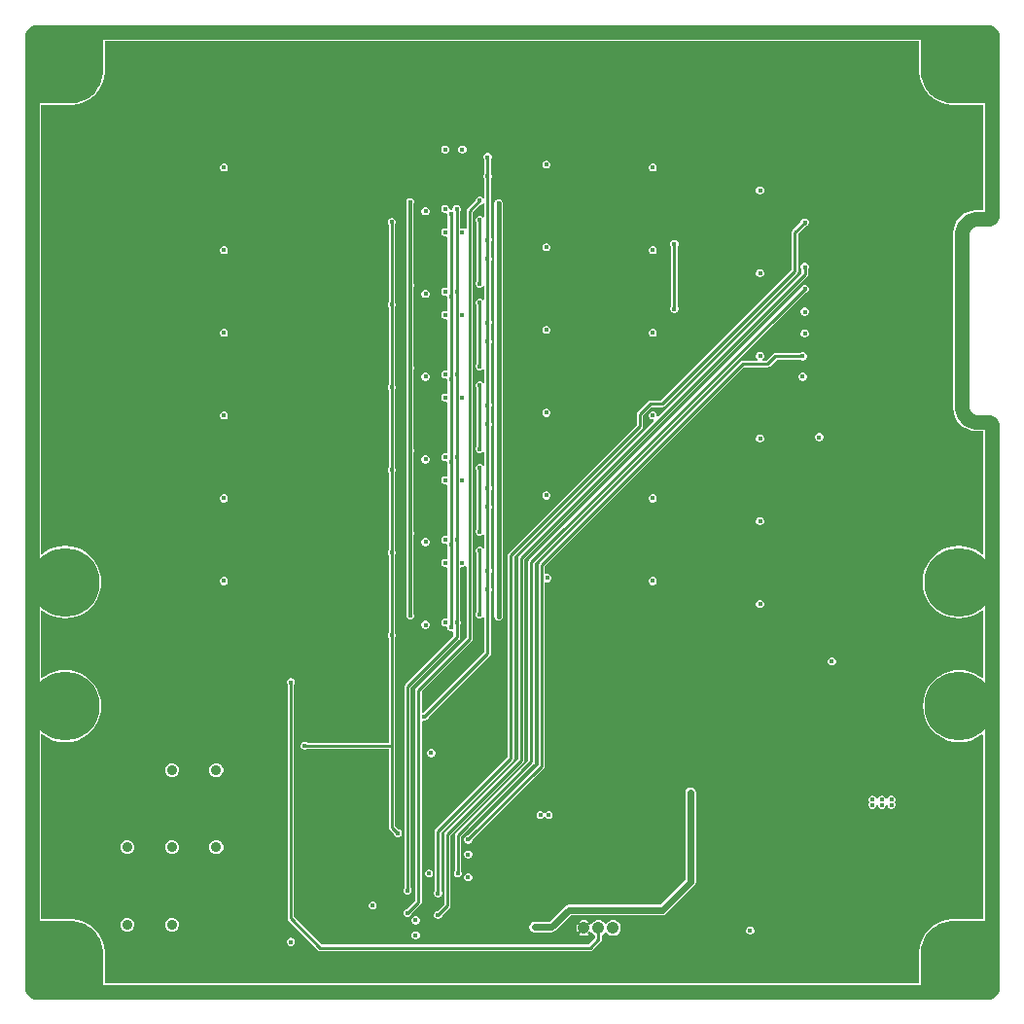
<source format=gbr>
G04*
G04 #@! TF.GenerationSoftware,Altium Limited,Altium Designer,24.1.2 (44)*
G04*
G04 Layer_Physical_Order=3*
G04 Layer_Color=16440176*
%FSLAX44Y44*%
%MOMM*%
G71*
G04*
G04 #@! TF.SameCoordinates,5BE5AD36-3FF4-4A78-A3BF-1A6130355080*
G04*
G04*
G04 #@! TF.FilePolarity,Positive*
G04*
G01*
G75*
%ADD14C,0.6000*%
%ADD20C,0.2540*%
%ADD42C,1.2700*%
%ADD66C,0.4000*%
%ADD67C,6.0000*%
%ADD68C,0.8000*%
%ADD70C,1.0500*%
%ADD71C,0.4000*%
%ADD72C,0.9000*%
%ADD73C,0.3000*%
G36*
X843526Y781000D02*
X809293Y781000D01*
X807438Y781000D01*
X803761Y781484D01*
X800179Y782444D01*
X796752Y783863D01*
X793540Y785718D01*
X790598Y787975D01*
X787975Y790598D01*
X785718Y793540D01*
X783863Y796752D01*
X782444Y800179D01*
X781484Y803761D01*
X781000Y807438D01*
X781000Y809293D01*
X781000D01*
Y843526D01*
X843526D01*
Y781000D01*
D02*
G37*
G36*
X69000Y809293D02*
X69000D01*
X69000Y807438D01*
X68516Y803761D01*
X67556Y800179D01*
X66137Y796752D01*
X64282Y793540D01*
X62024Y790598D01*
X59402Y787975D01*
X56460Y785718D01*
X53248Y783863D01*
X49821Y782444D01*
X46239Y781484D01*
X42562Y781000D01*
X40707Y781000D01*
X6474Y781000D01*
Y843526D01*
X69000D01*
Y809293D01*
D02*
G37*
G36*
X779376D02*
X779376Y809293D01*
X779376Y807438D01*
X779419Y807335D01*
X779390Y807226D01*
X779874Y803549D01*
X779930Y803452D01*
X779916Y803341D01*
X780876Y799759D01*
X780944Y799669D01*
Y799557D01*
X782363Y796131D01*
X782443Y796052D01*
X782457Y795940D01*
X784312Y792729D01*
X784400Y792660D01*
X784430Y792552D01*
X786687Y789610D01*
X786785Y789554D01*
X786827Y789450D01*
X789450Y786827D01*
X789554Y786785D01*
X789610Y786687D01*
X792552Y784430D01*
X792660Y784401D01*
X792729Y784312D01*
X795940Y782457D01*
X796052Y782443D01*
X796131Y782363D01*
X799557Y780944D01*
X799669D01*
X799759Y780876D01*
X803341Y779916D01*
X803452Y779930D01*
X803549Y779874D01*
X807226Y779390D01*
X807335Y779419D01*
X807438Y779376D01*
X809293Y779376D01*
X835232Y779376D01*
Y687825D01*
X828860D01*
X828860Y687853D01*
X824998Y687472D01*
X821285Y686346D01*
X817862Y684517D01*
X814863Y682055D01*
X812401Y679055D01*
X810572Y675633D01*
X809445Y671919D01*
X809065Y668057D01*
X809092D01*
Y515497D01*
X809065D01*
X809445Y511635D01*
X810572Y507922D01*
X812401Y504499D01*
X814863Y501500D01*
X817862Y499038D01*
X821285Y497209D01*
X824998Y496082D01*
X828860Y495702D01*
X828860Y495729D01*
X835232D01*
Y388808D01*
X834079Y388276D01*
X832572Y389563D01*
X828345Y392154D01*
X823764Y394051D01*
X818943Y395208D01*
X814000Y395597D01*
X809057Y395208D01*
X804236Y394051D01*
X799655Y392154D01*
X795427Y389563D01*
X791657Y386343D01*
X788437Y382573D01*
X785846Y378345D01*
X783949Y373764D01*
X782792Y368943D01*
X782403Y364000D01*
X782792Y359057D01*
X783949Y354236D01*
X785846Y349655D01*
X788437Y345428D01*
X791657Y341657D01*
X795427Y338437D01*
X799655Y335846D01*
X804236Y333949D01*
X809057Y332792D01*
X814000Y332403D01*
X818943Y332792D01*
X823764Y333949D01*
X828345Y335846D01*
X832572Y338437D01*
X834079Y339724D01*
X835232Y339192D01*
Y281215D01*
X834079Y280683D01*
X833049Y281563D01*
X828822Y284153D01*
X824241Y286051D01*
X819420Y287208D01*
X814477Y287597D01*
X809534Y287208D01*
X804713Y286051D01*
X800132Y284153D01*
X795904Y281563D01*
X792134Y278343D01*
X788914Y274573D01*
X786323Y270345D01*
X784426Y265764D01*
X783269Y260943D01*
X782879Y256000D01*
X783269Y251057D01*
X784426Y246236D01*
X786323Y241655D01*
X788914Y237428D01*
X792134Y233657D01*
X795904Y230437D01*
X800132Y227847D01*
X804713Y225949D01*
X809534Y224792D01*
X814477Y224403D01*
X819420Y224792D01*
X824241Y225949D01*
X828822Y227847D01*
X833049Y230437D01*
X834079Y231317D01*
X835232Y230785D01*
Y70624D01*
X809293Y70624D01*
X807438Y70624D01*
X807335Y70581D01*
X807226Y70610D01*
X803549Y70126D01*
X803452Y70069D01*
X803341Y70084D01*
X799759Y69124D01*
X799669Y69056D01*
X799557D01*
X796131Y67637D01*
X796052Y67557D01*
X795940Y67543D01*
X792729Y65688D01*
X792660Y65599D01*
X792552Y65570D01*
X789610Y63313D01*
X789554Y63215D01*
X789450Y63173D01*
X786827Y60550D01*
X786785Y60447D01*
X786687Y60390D01*
X784430Y57448D01*
X784400Y57340D01*
X784312Y57271D01*
X782457Y54060D01*
X782443Y53948D01*
X782363Y53869D01*
X780944Y50443D01*
Y50331D01*
X780876Y50241D01*
X779916Y46659D01*
X779930Y46548D01*
X779874Y46451D01*
X779390Y42774D01*
X779419Y42665D01*
X779376Y42562D01*
X779376Y40707D01*
X779376Y40707D01*
Y14768D01*
X70624D01*
Y40707D01*
X70624Y40708D01*
X70624Y42562D01*
X70581Y42665D01*
X70610Y42774D01*
X70126Y46451D01*
X70069Y46548D01*
X70084Y46659D01*
X69124Y50241D01*
X69056Y50331D01*
Y50443D01*
X67637Y53869D01*
X67557Y53948D01*
X67543Y54060D01*
X65688Y57271D01*
X65599Y57340D01*
X65570Y57448D01*
X63313Y60390D01*
X63215Y60447D01*
X63173Y60550D01*
X60550Y63173D01*
X60447Y63215D01*
X60390Y63313D01*
X57448Y65570D01*
X57340Y65599D01*
X57271Y65688D01*
X54060Y67543D01*
X53948Y67557D01*
X53869Y67637D01*
X50443Y69056D01*
X50331D01*
X50241Y69124D01*
X46659Y70084D01*
X46548Y70069D01*
X46451Y70126D01*
X42774Y70610D01*
X42665Y70581D01*
X42562Y70624D01*
X40707Y70624D01*
X14768Y70624D01*
Y231192D01*
X15921Y231724D01*
X17428Y230437D01*
X21655Y227847D01*
X26236Y225949D01*
X31057Y224792D01*
X36000Y224403D01*
X40943Y224792D01*
X45764Y225949D01*
X50345Y227847D01*
X54573Y230437D01*
X58343Y233657D01*
X61563Y237428D01*
X64153Y241655D01*
X66051Y246236D01*
X67208Y251057D01*
X67597Y256000D01*
X67208Y260943D01*
X66051Y265764D01*
X64153Y270345D01*
X61563Y274573D01*
X58343Y278343D01*
X54573Y281563D01*
X50345Y284153D01*
X45764Y286051D01*
X40943Y287208D01*
X36000Y287597D01*
X31057Y287208D01*
X26236Y286051D01*
X21655Y284153D01*
X17428Y281563D01*
X15921Y280276D01*
X14768Y280808D01*
Y339192D01*
X15921Y339724D01*
X17428Y338437D01*
X21655Y335846D01*
X26236Y333949D01*
X31057Y332792D01*
X36000Y332403D01*
X40943Y332792D01*
X45764Y333949D01*
X50345Y335846D01*
X54573Y338437D01*
X58343Y341657D01*
X61563Y345428D01*
X64153Y349655D01*
X66051Y354236D01*
X67208Y359057D01*
X67597Y364000D01*
X67208Y368943D01*
X66051Y373764D01*
X64153Y378345D01*
X61563Y382573D01*
X58343Y386343D01*
X54573Y389563D01*
X50345Y392154D01*
X45764Y394051D01*
X40943Y395208D01*
X36000Y395597D01*
X31057Y395208D01*
X26236Y394051D01*
X21655Y392154D01*
X17428Y389563D01*
X15921Y388276D01*
X14768Y388808D01*
Y779376D01*
X40707Y779376D01*
X42562Y779376D01*
X42665Y779419D01*
X42774Y779390D01*
X46451Y779874D01*
X46548Y779930D01*
X46659Y779916D01*
X50241Y780876D01*
X50331Y780944D01*
X50443D01*
X53869Y782363D01*
X53948Y782443D01*
X54060Y782457D01*
X57271Y784312D01*
X57340Y784401D01*
X57448Y784430D01*
X60390Y786687D01*
X60447Y786785D01*
X60550Y786827D01*
X63173Y789450D01*
X63215Y789554D01*
X63313Y789610D01*
X65570Y792552D01*
X65599Y792660D01*
X65688Y792729D01*
X67543Y795940D01*
X67557Y796052D01*
X67637Y796131D01*
X69056Y799557D01*
Y799669D01*
X69124Y799759D01*
X70084Y803341D01*
X70069Y803452D01*
X70126Y803549D01*
X70610Y807226D01*
X70581Y807335D01*
X70624Y807438D01*
X70624Y809292D01*
X70624Y809293D01*
Y835232D01*
X779376D01*
Y809293D01*
D02*
G37*
G36*
X843526Y6474D02*
X781000D01*
Y40707D01*
X781000Y40707D01*
X781000Y40707D01*
X781000Y42562D01*
X781484Y46239D01*
X782444Y49821D01*
X783863Y53248D01*
X785718Y56460D01*
X787975Y59402D01*
X790598Y62024D01*
X793540Y64282D01*
X796752Y66137D01*
X800179Y67556D01*
X803761Y68516D01*
X807438Y69000D01*
X809293Y69000D01*
X843526Y69000D01*
Y6474D01*
D02*
G37*
G36*
X40707Y69000D02*
X42562Y69000D01*
X46239Y68516D01*
X49821Y67556D01*
X53248Y66137D01*
X56460Y64282D01*
X59402Y62024D01*
X62024Y59402D01*
X64282Y56460D01*
X66137Y53248D01*
X67556Y49821D01*
X68516Y46239D01*
X69000Y42562D01*
X69000Y40707D01*
X69000D01*
X69000Y40707D01*
Y6474D01*
X6474D01*
Y69000D01*
X40707Y69000D01*
D02*
G37*
%LPC*%
G36*
X823842Y840620D02*
X821845Y840620D01*
X822542Y838937D01*
X820195Y837965D01*
X819498Y839648D01*
X818085Y838235D01*
X817248Y836214D01*
X817248Y834216D01*
X818931Y834913D01*
X819903Y832567D01*
X818220Y831870D01*
X819633Y830457D01*
X821654Y829620D01*
X823652Y829620D01*
X822955Y831302D01*
X825301Y832274D01*
X825998Y830592D01*
X827411Y832004D01*
X828248Y834026D01*
X828248Y836023D01*
X826566Y835327D01*
X825594Y837673D01*
X827276Y838370D01*
X825864Y839782D01*
X823842Y840620D01*
D02*
G37*
G36*
X804158Y840620D02*
X802136Y839783D01*
X800724Y838370D01*
X802406Y837673D01*
X801434Y835327D01*
X799752Y836023D01*
X799752Y834026D01*
X800589Y832004D01*
X802002Y830592D01*
X802699Y832274D01*
X805045Y831302D01*
X804348Y829620D01*
X806346Y829620D01*
X808367Y830457D01*
X809780Y831870D01*
X808097Y832567D01*
X809069Y834913D01*
X810752Y834216D01*
X810752Y836214D01*
X809914Y838235D01*
X808502Y839648D01*
X807805Y837965D01*
X805459Y838937D01*
X806155Y840620D01*
X804158Y840620D01*
D02*
G37*
G36*
X793974Y828248D02*
X791977Y828248D01*
X792673Y826566D01*
X790327Y825594D01*
X789630Y827276D01*
X788217Y825864D01*
X787380Y823842D01*
X787380Y821845D01*
X789063Y822542D01*
X790035Y820195D01*
X788352Y819498D01*
X789765Y818085D01*
X791786Y817248D01*
X793784Y817248D01*
X793087Y818931D01*
X795433Y819903D01*
X796130Y818220D01*
X797543Y819633D01*
X798380Y821654D01*
X798380Y823652D01*
X796698Y822955D01*
X795726Y825301D01*
X797408Y825998D01*
X795996Y827411D01*
X793974Y828248D01*
D02*
G37*
G36*
X834026D02*
X832004Y827411D01*
X830592Y825998D01*
X832274Y825301D01*
X831302Y822955D01*
X829620Y823652D01*
X829620Y821654D01*
X830457Y819633D01*
X831870Y818220D01*
X832567Y819903D01*
X834913Y818931D01*
X834216Y817248D01*
X836214Y817248D01*
X838235Y818085D01*
X839648Y819498D01*
X837965Y820195D01*
X838937Y822542D01*
X840620Y821845D01*
X840620Y823842D01*
X839783Y825864D01*
X838370Y827276D01*
X837673Y825594D01*
X835327Y826566D01*
X836023Y828248D01*
X834026Y828248D01*
D02*
G37*
G36*
X836214Y810752D02*
X834216Y810752D01*
X834913Y809069D01*
X832567Y808097D01*
X831870Y809780D01*
X830457Y808367D01*
X829620Y806346D01*
X829620Y804348D01*
X831302Y805045D01*
X832274Y802699D01*
X830592Y802002D01*
X832004Y800589D01*
X834026Y799752D01*
X836023Y799752D01*
X835327Y801434D01*
X837673Y802406D01*
X838370Y800724D01*
X839782Y802136D01*
X840620Y804158D01*
X840620Y806155D01*
X838937Y805459D01*
X837965Y807805D01*
X839648Y808502D01*
X838235Y809914D01*
X836214Y810752D01*
D02*
G37*
G36*
X791786D02*
X789765Y809914D01*
X788352Y808502D01*
X790035Y807805D01*
X789063Y805459D01*
X787380Y806155D01*
X787380Y804158D01*
X788217Y802136D01*
X789630Y800724D01*
X790327Y802406D01*
X792673Y801434D01*
X791977Y799752D01*
X793974Y799752D01*
X795996Y800589D01*
X797408Y802002D01*
X795726Y802699D01*
X796698Y805045D01*
X798380Y804348D01*
X798380Y806346D01*
X797543Y808367D01*
X796130Y809780D01*
X795433Y808097D01*
X793087Y809069D01*
X793784Y810752D01*
X791786Y810752D01*
D02*
G37*
G36*
X806346Y798380D02*
X804348Y798380D01*
X805045Y796698D01*
X802699Y795726D01*
X802002Y797408D01*
X800589Y795996D01*
X799752Y793974D01*
X799752Y791977D01*
X801434Y792673D01*
X802406Y790327D01*
X800724Y789630D01*
X802136Y788217D01*
X804158Y787380D01*
X806155Y787380D01*
X805459Y789063D01*
X807805Y790035D01*
X808502Y788352D01*
X809914Y789765D01*
X810752Y791786D01*
X810752Y793784D01*
X809069Y793087D01*
X808097Y795433D01*
X809780Y796130D01*
X808367Y797543D01*
X806346Y798380D01*
D02*
G37*
G36*
X821654Y798380D02*
X819633Y797543D01*
X818220Y796130D01*
X819903Y795433D01*
X818931Y793087D01*
X817248Y793784D01*
X817248Y791786D01*
X818085Y789765D01*
X819498Y788352D01*
X820195Y790035D01*
X822542Y789063D01*
X821845Y787380D01*
X823842Y787380D01*
X825864Y788217D01*
X827276Y789630D01*
X825594Y790327D01*
X826566Y792673D01*
X828248Y791977D01*
X828248Y793974D01*
X827411Y795996D01*
X825998Y797408D01*
X825301Y795726D01*
X822955Y796698D01*
X823652Y798380D01*
X821654Y798380D01*
D02*
G37*
G36*
X45842Y840620D02*
X43845Y840620D01*
X44542Y838937D01*
X42195Y837965D01*
X41498Y839648D01*
X40086Y838235D01*
X39248Y836214D01*
X39248Y834216D01*
X40931Y834913D01*
X41903Y832567D01*
X40220Y831870D01*
X41633Y830457D01*
X43654Y829620D01*
X45652Y829620D01*
X44955Y831302D01*
X47301Y832274D01*
X47998Y830592D01*
X49411Y832004D01*
X50248Y834026D01*
X50248Y836023D01*
X48566Y835327D01*
X47594Y837673D01*
X49276Y838370D01*
X47864Y839782D01*
X45842Y840620D01*
D02*
G37*
G36*
X26158Y840620D02*
X24136Y839783D01*
X22724Y838370D01*
X24406Y837673D01*
X23434Y835327D01*
X21752Y836023D01*
X21752Y834026D01*
X22589Y832004D01*
X24002Y830592D01*
X24699Y832274D01*
X27045Y831302D01*
X26348Y829620D01*
X28346Y829620D01*
X30367Y830457D01*
X31780Y831870D01*
X30097Y832567D01*
X31069Y834913D01*
X32752Y834216D01*
X32752Y836214D01*
X31915Y838235D01*
X30502Y839648D01*
X29805Y837965D01*
X27459Y838937D01*
X28155Y840620D01*
X26158Y840620D01*
D02*
G37*
G36*
X15974Y828248D02*
X13977Y828248D01*
X14674Y826566D01*
X12327Y825594D01*
X11630Y827276D01*
X10217Y825864D01*
X9380Y823842D01*
X9380Y821845D01*
X11063Y822542D01*
X12035Y820195D01*
X10352Y819498D01*
X11765Y818085D01*
X13786Y817248D01*
X15784Y817248D01*
X15087Y818931D01*
X17433Y819903D01*
X18130Y818220D01*
X19543Y819633D01*
X20380Y821654D01*
X20380Y823652D01*
X18698Y822955D01*
X17726Y825301D01*
X19408Y825998D01*
X17996Y827411D01*
X15974Y828248D01*
D02*
G37*
G36*
X56026D02*
X54004Y827411D01*
X52592Y825998D01*
X54274Y825301D01*
X53302Y822955D01*
X51620Y823652D01*
X51620Y821654D01*
X52457Y819633D01*
X53870Y818220D01*
X54567Y819903D01*
X56913Y818931D01*
X56216Y817248D01*
X58214Y817248D01*
X60235Y818085D01*
X61648Y819498D01*
X59965Y820195D01*
X60937Y822542D01*
X62620Y821845D01*
X62620Y823842D01*
X61783Y825864D01*
X60370Y827276D01*
X59673Y825594D01*
X57326Y826566D01*
X58023Y828248D01*
X56026Y828248D01*
D02*
G37*
G36*
X58214Y810752D02*
X56216Y810752D01*
X56913Y809069D01*
X54567Y808097D01*
X53870Y809780D01*
X52457Y808367D01*
X51620Y806346D01*
X51620Y804348D01*
X53302Y805045D01*
X54274Y802699D01*
X52592Y802002D01*
X54004Y800589D01*
X56026Y799752D01*
X58023Y799752D01*
X57326Y801434D01*
X59673Y802406D01*
X60370Y800724D01*
X61783Y802136D01*
X62620Y804158D01*
X62620Y806155D01*
X60937Y805459D01*
X59965Y807805D01*
X61648Y808502D01*
X60235Y809914D01*
X58214Y810752D01*
D02*
G37*
G36*
X13786D02*
X11765Y809914D01*
X10352Y808502D01*
X12035Y807805D01*
X11063Y805459D01*
X9380Y806155D01*
X9380Y804158D01*
X10217Y802136D01*
X11630Y800724D01*
X12327Y802406D01*
X14674Y801434D01*
X13977Y799752D01*
X15974Y799752D01*
X17996Y800589D01*
X19408Y802002D01*
X17726Y802699D01*
X18698Y805045D01*
X20380Y804348D01*
X20380Y806346D01*
X19543Y808367D01*
X18130Y809780D01*
X17433Y808097D01*
X15087Y809069D01*
X15784Y810752D01*
X13786Y810752D01*
D02*
G37*
G36*
X28346Y798380D02*
X26348Y798380D01*
X27045Y796698D01*
X24699Y795726D01*
X24002Y797408D01*
X22589Y795996D01*
X21752Y793974D01*
X21752Y791977D01*
X23434Y792673D01*
X24406Y790327D01*
X22724Y789630D01*
X24136Y788217D01*
X26158Y787380D01*
X28155Y787380D01*
X27459Y789063D01*
X29805Y790035D01*
X30502Y788352D01*
X31915Y789765D01*
X32752Y791786D01*
X32752Y793784D01*
X31069Y793087D01*
X30097Y795433D01*
X31780Y796130D01*
X30367Y797543D01*
X28346Y798380D01*
D02*
G37*
G36*
X43654Y798380D02*
X41633Y797543D01*
X40220Y796130D01*
X41903Y795433D01*
X40931Y793087D01*
X39248Y793784D01*
X39248Y791786D01*
X40086Y789765D01*
X41498Y788352D01*
X42195Y790035D01*
X44542Y789063D01*
X43845Y787380D01*
X45842Y787380D01*
X47864Y788217D01*
X49276Y789630D01*
X47594Y790327D01*
X48566Y792673D01*
X50248Y791977D01*
X50248Y793974D01*
X49411Y795996D01*
X47998Y797408D01*
X47301Y795726D01*
X44955Y796698D01*
X45652Y798380D01*
X43654Y798380D01*
D02*
G37*
G36*
X382546Y744184D02*
X381154D01*
X379868Y743651D01*
X378883Y742667D01*
X378350Y741380D01*
Y739988D01*
X378883Y738701D01*
X379868Y737717D01*
X381154Y737184D01*
X382546D01*
X383833Y737717D01*
X384817Y738701D01*
X385350Y739988D01*
Y741380D01*
X384817Y742667D01*
X383833Y743651D01*
X382546Y744184D01*
D02*
G37*
G36*
X367546D02*
X366154D01*
X364867Y743651D01*
X363883Y742667D01*
X363350Y741380D01*
Y739988D01*
X363883Y738701D01*
X364867Y737717D01*
X366154Y737184D01*
X367546D01*
X368833Y737717D01*
X369817Y738701D01*
X370350Y739988D01*
Y741380D01*
X369817Y742667D01*
X368833Y743651D01*
X367546Y744184D01*
D02*
G37*
G36*
X455695Y731000D02*
X454303D01*
X453016Y730467D01*
X452032Y729483D01*
X451499Y728196D01*
Y726804D01*
X452032Y725517D01*
X453016Y724533D01*
X454303Y724000D01*
X455695D01*
X456982Y724533D01*
X457966Y725517D01*
X458499Y726804D01*
Y728196D01*
X457966Y729483D01*
X456982Y730467D01*
X455695Y731000D01*
D02*
G37*
G36*
X548320Y728500D02*
X546928D01*
X545641Y727967D01*
X544657Y726982D01*
X544124Y725696D01*
Y724304D01*
X544657Y723017D01*
X545641Y722033D01*
X546928Y721500D01*
X548320D01*
X549607Y722033D01*
X550591Y723017D01*
X551124Y724304D01*
Y725696D01*
X550591Y726982D01*
X549607Y727967D01*
X548320Y728500D01*
D02*
G37*
G36*
X174960D02*
X173568D01*
X172281Y727967D01*
X171297Y726982D01*
X170764Y725696D01*
Y724304D01*
X171297Y723017D01*
X172281Y722033D01*
X173568Y721500D01*
X174960D01*
X176247Y722033D01*
X177231Y723017D01*
X177764Y724304D01*
Y725696D01*
X177231Y726982D01*
X176247Y727967D01*
X174960Y728500D01*
D02*
G37*
G36*
X641660Y708500D02*
X640268D01*
X638981Y707967D01*
X637997Y706982D01*
X637464Y705696D01*
Y704304D01*
X637997Y703017D01*
X638981Y702033D01*
X640268Y701500D01*
X641660D01*
X642947Y702033D01*
X643931Y703017D01*
X644464Y704304D01*
Y705696D01*
X643931Y706982D01*
X642947Y707967D01*
X641660Y708500D01*
D02*
G37*
G36*
X404556Y737524D02*
X403164D01*
X401877Y736991D01*
X400893Y736007D01*
X400360Y734720D01*
Y733328D01*
X400893Y732041D01*
X401036Y731898D01*
Y719676D01*
X400893Y719533D01*
X400360Y718246D01*
Y716854D01*
X400893Y715567D01*
X401036Y715424D01*
Y698465D01*
X400313Y698148D01*
X399766Y698076D01*
X398899Y698943D01*
X397612Y699476D01*
X396220D01*
X394933Y698943D01*
X393949Y697959D01*
X393416Y696672D01*
Y696470D01*
X386226Y689280D01*
X385614Y688364D01*
X385399Y687283D01*
X385399Y687283D01*
Y671881D01*
X384129Y671355D01*
X383833Y671651D01*
X382546Y672184D01*
X381154D01*
X380944Y672097D01*
X379674Y672946D01*
Y686684D01*
X379817Y686827D01*
X380350Y688114D01*
Y689506D01*
X379817Y690793D01*
X378833Y691777D01*
X377546Y692310D01*
X376154D01*
X374867Y691777D01*
X373883Y690793D01*
X373350Y689506D01*
Y689352D01*
X372546Y688310D01*
X371154D01*
X370350Y689352D01*
Y689506D01*
X369817Y690793D01*
X368833Y691777D01*
X367546Y692310D01*
X366154D01*
X364867Y691777D01*
X363883Y690793D01*
X363350Y689506D01*
Y688114D01*
X363883Y686827D01*
X364867Y685843D01*
X366154Y685310D01*
X367546D01*
X368350Y684268D01*
Y684114D01*
X368883Y682827D01*
X369026Y682684D01*
Y672946D01*
X367756Y672097D01*
X367546Y672184D01*
X366154D01*
X364867Y671651D01*
X363883Y670667D01*
X363350Y669380D01*
Y667988D01*
X363883Y666701D01*
X364867Y665717D01*
X366154Y665184D01*
X367546D01*
X367756Y665271D01*
X369026Y664422D01*
Y621072D01*
X367756Y620223D01*
X367546Y620310D01*
X366154D01*
X364868Y619777D01*
X363883Y618793D01*
X363350Y617506D01*
Y616114D01*
X363883Y614827D01*
X364868Y613843D01*
X366154Y613310D01*
X367546D01*
X368350Y612268D01*
Y612114D01*
X368883Y610827D01*
X369026Y610685D01*
Y600946D01*
X367756Y600097D01*
X367546Y600184D01*
X366154D01*
X364867Y599651D01*
X363883Y598667D01*
X363350Y597380D01*
Y595988D01*
X363883Y594701D01*
X364867Y593717D01*
X366154Y593184D01*
X367546D01*
X367756Y593271D01*
X369026Y592422D01*
Y549072D01*
X367756Y548223D01*
X367546Y548310D01*
X366154D01*
X364867Y547777D01*
X363883Y546793D01*
X363350Y545506D01*
Y544114D01*
X363883Y542827D01*
X364867Y541843D01*
X366154Y541310D01*
X367546D01*
X368350Y540268D01*
Y540114D01*
X368883Y538827D01*
X369026Y538685D01*
Y528946D01*
X367756Y528097D01*
X367546Y528184D01*
X366154D01*
X364867Y527651D01*
X363883Y526667D01*
X363350Y525380D01*
Y523988D01*
X363883Y522701D01*
X364867Y521717D01*
X366154Y521184D01*
X367546D01*
X367756Y521271D01*
X369026Y520422D01*
Y477072D01*
X367756Y476223D01*
X367546Y476310D01*
X366154D01*
X364867Y475777D01*
X363883Y474793D01*
X363350Y473506D01*
Y472114D01*
X363883Y470827D01*
X364867Y469843D01*
X366154Y469310D01*
X367546D01*
X368350Y468268D01*
Y468114D01*
X368883Y466827D01*
X369026Y466684D01*
Y456946D01*
X367756Y456097D01*
X367546Y456184D01*
X366154D01*
X364867Y455651D01*
X363883Y454667D01*
X363350Y453380D01*
Y451988D01*
X363883Y450701D01*
X364867Y449717D01*
X366154Y449184D01*
X367546D01*
X367756Y449271D01*
X369026Y448422D01*
Y405072D01*
X367756Y404223D01*
X367546Y404310D01*
X366154D01*
X364867Y403777D01*
X363883Y402793D01*
X363350Y401506D01*
Y400114D01*
X363883Y398827D01*
X364867Y397843D01*
X366154Y397310D01*
X367546D01*
X368350Y396268D01*
Y396114D01*
X368883Y394827D01*
X369026Y394685D01*
Y384946D01*
X367756Y384097D01*
X367546Y384184D01*
X366154D01*
X364867Y383651D01*
X363883Y382667D01*
X363350Y381380D01*
Y379988D01*
X363883Y378701D01*
X364867Y377717D01*
X366154Y377184D01*
X367546D01*
X367756Y377271D01*
X369026Y376422D01*
Y333072D01*
X367756Y332223D01*
X367546Y332310D01*
X366154D01*
X364867Y331777D01*
X363883Y330793D01*
X363350Y329506D01*
Y328114D01*
X363883Y326827D01*
X364867Y325843D01*
X366154Y325310D01*
X367546D01*
X368350Y324268D01*
Y324114D01*
X368883Y322827D01*
X369868Y321843D01*
X371154Y321310D01*
X372546D01*
X372756Y321397D01*
X374026Y320548D01*
Y317060D01*
X332076Y275110D01*
X331464Y274194D01*
X331249Y273113D01*
X331249Y273113D01*
Y97635D01*
X331106Y97493D01*
X330573Y96206D01*
Y94814D01*
X331106Y93527D01*
X332091Y92543D01*
X333377Y92010D01*
X334769D01*
X336056Y92543D01*
X337040Y93527D01*
X337573Y94814D01*
Y96206D01*
X337040Y97493D01*
X336898Y97635D01*
Y271943D01*
X378847Y313893D01*
X378847Y313893D01*
X379459Y314809D01*
X379674Y315890D01*
Y326684D01*
X379817Y326827D01*
X380350Y328114D01*
Y329506D01*
X379817Y330793D01*
X379674Y330936D01*
Y376422D01*
X380944Y377271D01*
X381154Y377184D01*
X382546D01*
X383833Y377717D01*
X384129Y378013D01*
X385399Y377487D01*
Y315733D01*
X341513Y271847D01*
X340901Y270931D01*
X340686Y269850D01*
X340686Y269850D01*
X340686Y140781D01*
Y86617D01*
X333579Y79510D01*
X333377D01*
X332091Y78977D01*
X331106Y77993D01*
X330573Y76706D01*
Y75314D01*
X331106Y74028D01*
X332091Y73043D01*
X333377Y72510D01*
X334769D01*
X336056Y73043D01*
X337040Y74028D01*
X337573Y75314D01*
Y75516D01*
X345507Y83450D01*
X346119Y84366D01*
X346334Y85447D01*
X346334Y85447D01*
Y140781D01*
X346334Y242771D01*
X347604Y243620D01*
X348087Y243420D01*
X349479D01*
X350766Y243953D01*
X351750Y244937D01*
X352283Y246224D01*
Y246426D01*
X405857Y300000D01*
X405857Y300000D01*
X406469Y300916D01*
X406684Y301997D01*
X406684Y301997D01*
Y355424D01*
X406827Y355567D01*
X407360Y356854D01*
Y358246D01*
X406827Y359533D01*
X406684Y359675D01*
Y371898D01*
X406827Y372041D01*
X407360Y373328D01*
Y374720D01*
X406827Y376007D01*
X406684Y376149D01*
Y427425D01*
X406827Y427567D01*
X407360Y428854D01*
Y430246D01*
X406827Y431533D01*
X406684Y431675D01*
Y443899D01*
X406827Y444041D01*
X407360Y445328D01*
Y446720D01*
X406827Y448007D01*
X406684Y448149D01*
Y499425D01*
X406827Y499567D01*
X407360Y500854D01*
Y502246D01*
X406827Y503533D01*
X406684Y503675D01*
Y515899D01*
X406827Y516041D01*
X407360Y517328D01*
Y518720D01*
X406827Y520007D01*
X406684Y520149D01*
Y571424D01*
X406827Y571567D01*
X407360Y572854D01*
Y574246D01*
X406827Y575533D01*
X406684Y575676D01*
Y587898D01*
X406827Y588041D01*
X407360Y589328D01*
Y590720D01*
X406827Y592007D01*
X406684Y592149D01*
Y643425D01*
X406827Y643567D01*
X407360Y644854D01*
Y646246D01*
X406827Y647533D01*
X406684Y647675D01*
Y659899D01*
X406827Y660041D01*
X407360Y661328D01*
Y662720D01*
X406827Y664007D01*
X406684Y664149D01*
Y715424D01*
X406827Y715567D01*
X407360Y716854D01*
Y718246D01*
X406827Y719533D01*
X406684Y719676D01*
Y731898D01*
X406827Y732041D01*
X407360Y733328D01*
Y734720D01*
X406827Y736007D01*
X405843Y736991D01*
X404556Y737524D01*
D02*
G37*
G36*
X350474Y690314D02*
X349082D01*
X347795Y689781D01*
X346811Y688797D01*
X346278Y687511D01*
Y686118D01*
X346811Y684832D01*
X347795Y683847D01*
X349082Y683314D01*
X350474D01*
X351761Y683847D01*
X352745Y684832D01*
X353278Y686118D01*
Y687511D01*
X352745Y688797D01*
X351761Y689781D01*
X350474Y690314D01*
D02*
G37*
G36*
X455695Y659000D02*
X454303D01*
X453016Y658467D01*
X452032Y657483D01*
X451499Y656196D01*
Y654804D01*
X452032Y653517D01*
X453016Y652533D01*
X454303Y652000D01*
X455695D01*
X456982Y652533D01*
X457966Y653517D01*
X458499Y654804D01*
Y656196D01*
X457966Y657483D01*
X456982Y658467D01*
X455695Y659000D01*
D02*
G37*
G36*
X548320Y656500D02*
X546928D01*
X545641Y655967D01*
X544657Y654983D01*
X544124Y653696D01*
Y652304D01*
X544657Y651017D01*
X545641Y650033D01*
X546928Y649500D01*
X548320D01*
X549607Y650033D01*
X550591Y651017D01*
X551124Y652304D01*
Y653696D01*
X550591Y654983D01*
X549607Y655967D01*
X548320Y656500D01*
D02*
G37*
G36*
X174960D02*
X173568D01*
X172281Y655967D01*
X171297Y654983D01*
X170764Y653696D01*
Y652304D01*
X171297Y651017D01*
X172281Y650033D01*
X173568Y649500D01*
X174960D01*
X176247Y650033D01*
X177231Y651017D01*
X177764Y652304D01*
Y653696D01*
X177231Y654983D01*
X176247Y655967D01*
X174960Y656500D01*
D02*
G37*
G36*
X641660Y636500D02*
X640268D01*
X638981Y635967D01*
X637997Y634983D01*
X637464Y633696D01*
Y632304D01*
X637997Y631017D01*
X638981Y630033D01*
X640268Y629500D01*
X641660D01*
X642947Y630033D01*
X643931Y631017D01*
X644464Y632304D01*
Y633696D01*
X643931Y634983D01*
X642947Y635967D01*
X641660Y636500D01*
D02*
G37*
G36*
X350474Y618314D02*
X349082D01*
X347795Y617782D01*
X346811Y616797D01*
X346278Y615511D01*
Y614118D01*
X346811Y612832D01*
X347795Y611847D01*
X349082Y611314D01*
X350474D01*
X351761Y611847D01*
X352745Y612832D01*
X353278Y614118D01*
Y615511D01*
X352745Y616797D01*
X351761Y617782D01*
X350474Y618314D01*
D02*
G37*
G36*
X567116Y661994D02*
X565724D01*
X564437Y661461D01*
X563453Y660477D01*
X562920Y659190D01*
Y657798D01*
X563453Y656511D01*
X563596Y656368D01*
Y604105D01*
X563453Y603963D01*
X562920Y602676D01*
Y601284D01*
X563453Y599997D01*
X564437Y599013D01*
X565724Y598480D01*
X567116D01*
X568403Y599013D01*
X569387Y599997D01*
X569920Y601284D01*
Y602676D01*
X569387Y603963D01*
X569244Y604105D01*
Y656368D01*
X569387Y656511D01*
X569920Y657798D01*
Y659190D01*
X569387Y660477D01*
X568403Y661461D01*
X567116Y661994D01*
D02*
G37*
G36*
X680680Y602928D02*
X679288D01*
X678001Y602395D01*
X677017Y601410D01*
X676484Y600124D01*
Y598732D01*
X677017Y597445D01*
X678001Y596461D01*
X679288Y595928D01*
X680680D01*
X681967Y596461D01*
X682951Y597445D01*
X683484Y598732D01*
Y600124D01*
X682951Y601410D01*
X681967Y602395D01*
X680680Y602928D01*
D02*
G37*
G36*
X455695Y587000D02*
X454303D01*
X453016Y586467D01*
X452032Y585482D01*
X451499Y584196D01*
Y582804D01*
X452032Y581517D01*
X453016Y580533D01*
X454303Y580000D01*
X455695D01*
X456982Y580533D01*
X457966Y581517D01*
X458499Y582804D01*
Y584196D01*
X457966Y585482D01*
X456982Y586467D01*
X455695Y587000D01*
D02*
G37*
G36*
X548320Y584500D02*
X546928D01*
X545641Y583967D01*
X544657Y582982D01*
X544124Y581696D01*
Y580304D01*
X544657Y579017D01*
X545641Y578033D01*
X546928Y577500D01*
X548320D01*
X549607Y578033D01*
X550591Y579017D01*
X551124Y580304D01*
Y581696D01*
X550591Y582982D01*
X549607Y583967D01*
X548320Y584500D01*
D02*
G37*
G36*
X174960D02*
X173568D01*
X172281Y583967D01*
X171297Y582982D01*
X170764Y581696D01*
Y580304D01*
X171297Y579017D01*
X172281Y578033D01*
X173568Y577500D01*
X174960D01*
X176247Y578033D01*
X177231Y579017D01*
X177764Y580304D01*
Y581696D01*
X177231Y582982D01*
X176247Y583967D01*
X174960Y584500D01*
D02*
G37*
G36*
X680680Y583928D02*
X679288D01*
X678001Y583395D01*
X677017Y582410D01*
X676484Y581124D01*
Y579732D01*
X677017Y578445D01*
X678001Y577461D01*
X679288Y576928D01*
X680680D01*
X681967Y577461D01*
X682951Y578445D01*
X683484Y579732D01*
Y581124D01*
X682951Y582410D01*
X681967Y583395D01*
X680680Y583928D01*
D02*
G37*
G36*
X641660Y564500D02*
X640268D01*
X638981Y563967D01*
X637997Y562982D01*
X637464Y561696D01*
Y560304D01*
X637997Y559017D01*
X638981Y558033D01*
X639049Y558005D01*
X638797Y556735D01*
X626001D01*
X624920Y556520D01*
X624004Y555908D01*
X624004Y555907D01*
X448957Y380861D01*
X448345Y379945D01*
X448130Y378864D01*
X448130Y378864D01*
Y204981D01*
X386389Y143240D01*
X386187D01*
X384901Y142707D01*
X383916Y141723D01*
X383383Y140436D01*
Y139044D01*
X383916Y137757D01*
X384901Y136773D01*
X386187Y136240D01*
X387579D01*
X388866Y136773D01*
X389850Y137757D01*
X390383Y139044D01*
Y139246D01*
X452951Y201814D01*
X452951Y201814D01*
X453563Y202730D01*
X453778Y203811D01*
Y363374D01*
X454834Y364080D01*
X455028Y364000D01*
X456420D01*
X457707Y364533D01*
X458691Y365517D01*
X459224Y366804D01*
Y368196D01*
X458691Y369482D01*
X457707Y370467D01*
X456420Y371000D01*
X455028D01*
X454834Y370920D01*
X453778Y371625D01*
Y377694D01*
X627171Y551086D01*
X647699D01*
X647699Y551086D01*
X648780Y551301D01*
X649696Y551913D01*
X655495Y557712D01*
X676055D01*
X676197Y557569D01*
X677484Y557036D01*
X678876D01*
X680163Y557569D01*
X681147Y558553D01*
X681680Y559840D01*
Y561232D01*
X681147Y562519D01*
X680163Y563503D01*
X678876Y564036D01*
X677484D01*
X676197Y563503D01*
X676055Y563360D01*
X654325D01*
X654325Y563360D01*
X653244Y563145D01*
X652328Y562533D01*
X652328Y562533D01*
X646529Y556735D01*
X643131D01*
X642879Y558005D01*
X642947Y558033D01*
X643931Y559017D01*
X644464Y560304D01*
Y561696D01*
X643931Y562982D01*
X642947Y563967D01*
X641660Y564500D01*
D02*
G37*
G36*
X678876Y546314D02*
X677484D01*
X676197Y545782D01*
X675213Y544797D01*
X674680Y543511D01*
Y542118D01*
X675213Y540832D01*
X676197Y539847D01*
X677484Y539314D01*
X678876D01*
X680163Y539847D01*
X681147Y540832D01*
X681680Y542118D01*
Y543511D01*
X681147Y544797D01*
X680163Y545782D01*
X678876Y546314D01*
D02*
G37*
G36*
X350474D02*
X349082D01*
X347795Y545782D01*
X346811Y544797D01*
X346278Y543511D01*
Y542118D01*
X346811Y540832D01*
X347795Y539847D01*
X349082Y539314D01*
X350474D01*
X351761Y539847D01*
X352745Y540832D01*
X353278Y542118D01*
Y543511D01*
X352745Y544797D01*
X351761Y545782D01*
X350474Y546314D01*
D02*
G37*
G36*
X680680Y680711D02*
X679288D01*
X678001Y680179D01*
X677017Y679194D01*
X676484Y677908D01*
Y677706D01*
X669314Y670536D01*
X668702Y669620D01*
X668487Y668539D01*
X668487Y668539D01*
Y635896D01*
X554691Y522100D01*
X545374D01*
X545374Y522100D01*
X544293Y521885D01*
X543377Y521273D01*
X534461Y512357D01*
X533849Y511441D01*
X533634Y510360D01*
X533634Y510360D01*
Y500806D01*
X422109Y389282D01*
X421497Y388366D01*
X421282Y387285D01*
X421282Y387285D01*
Y211785D01*
X358683Y149186D01*
X358071Y148269D01*
X357856Y147189D01*
X357856Y147188D01*
Y95245D01*
X357713Y95102D01*
X357180Y93816D01*
Y92423D01*
X357713Y91137D01*
X358697Y90152D01*
X359984Y89620D01*
X361376D01*
X362663Y90152D01*
X363647Y91137D01*
X364180Y92423D01*
Y93816D01*
X363647Y95102D01*
X363504Y95245D01*
Y146019D01*
X426104Y208618D01*
X426104Y208618D01*
X426716Y209534D01*
X426931Y210615D01*
X426931Y210615D01*
Y386115D01*
X538455Y497639D01*
X538455Y497639D01*
X539067Y498555D01*
X539282Y499636D01*
X539282Y499636D01*
Y509190D01*
X546544Y516451D01*
X555860D01*
X555860Y516451D01*
X556941Y516666D01*
X557858Y517278D01*
X673308Y632729D01*
X673309Y632729D01*
X673921Y633646D01*
X674136Y634726D01*
Y667369D01*
X680478Y673711D01*
X680680D01*
X681967Y674244D01*
X682951Y675229D01*
X683484Y676515D01*
Y677908D01*
X682951Y679194D01*
X681967Y680179D01*
X680680Y680711D01*
D02*
G37*
G36*
Y641820D02*
X679288D01*
X678001Y641287D01*
X677017Y640302D01*
X676484Y639016D01*
Y637623D01*
X677017Y636337D01*
X677160Y636194D01*
Y633034D01*
X552369Y508243D01*
X551124Y508794D01*
Y509696D01*
X550591Y510983D01*
X549607Y511967D01*
X548320Y512500D01*
X546928D01*
X545641Y511967D01*
X544657Y510983D01*
X544124Y509696D01*
Y508304D01*
X544657Y507017D01*
X545641Y506033D01*
X546928Y505500D01*
X547830D01*
X548381Y504255D01*
X431116Y386990D01*
X430504Y386074D01*
X430289Y384993D01*
X430289Y384993D01*
Y210278D01*
X366683Y146672D01*
X366071Y145756D01*
X365856Y144675D01*
X365856Y144675D01*
Y83370D01*
X360186Y77700D01*
X359984D01*
X358697Y77167D01*
X357713Y76183D01*
X357180Y74896D01*
Y73504D01*
X357713Y72217D01*
X358697Y71233D01*
X359984Y70700D01*
X361376D01*
X362663Y71233D01*
X363647Y72217D01*
X364180Y73504D01*
Y73706D01*
X370677Y80203D01*
X371289Y81119D01*
X371504Y82200D01*
Y143505D01*
X435110Y207111D01*
X435110Y207111D01*
X435723Y208028D01*
X435938Y209109D01*
Y383823D01*
X681981Y629867D01*
X681981Y629867D01*
X682593Y630783D01*
X682808Y631864D01*
X682808Y631864D01*
Y636194D01*
X682951Y636337D01*
X683484Y637623D01*
Y639016D01*
X682951Y640302D01*
X681967Y641287D01*
X680680Y641820D01*
D02*
G37*
G36*
X455695Y515000D02*
X454303D01*
X453016Y514467D01*
X452032Y513483D01*
X451499Y512196D01*
Y510804D01*
X452032Y509517D01*
X453016Y508533D01*
X454303Y508000D01*
X455695D01*
X456982Y508533D01*
X457966Y509517D01*
X458499Y510804D01*
Y512196D01*
X457966Y513483D01*
X456982Y514467D01*
X455695Y515000D01*
D02*
G37*
G36*
X174960Y512500D02*
X173568D01*
X172281Y511967D01*
X171297Y510983D01*
X170764Y509696D01*
Y508304D01*
X171297Y507017D01*
X172281Y506033D01*
X173568Y505500D01*
X174960D01*
X176247Y506033D01*
X177231Y507017D01*
X177764Y508304D01*
Y509696D01*
X177231Y510983D01*
X176247Y511967D01*
X174960Y512500D01*
D02*
G37*
G36*
X693180Y493720D02*
X691788D01*
X690501Y493187D01*
X689517Y492203D01*
X688984Y490916D01*
Y489524D01*
X689517Y488237D01*
X690501Y487253D01*
X691788Y486720D01*
X693180D01*
X694467Y487253D01*
X695451Y488237D01*
X695984Y489524D01*
Y490916D01*
X695451Y492203D01*
X694467Y493187D01*
X693180Y493720D01*
D02*
G37*
G36*
X641660Y492500D02*
X640268D01*
X638981Y491967D01*
X637997Y490983D01*
X637464Y489696D01*
Y488304D01*
X637997Y487017D01*
X638981Y486033D01*
X640268Y485500D01*
X641660D01*
X642947Y486033D01*
X643931Y487017D01*
X644464Y488304D01*
Y489696D01*
X643931Y490983D01*
X642947Y491967D01*
X641660Y492500D01*
D02*
G37*
G36*
X350474Y474314D02*
X349082D01*
X347795Y473782D01*
X346811Y472797D01*
X346278Y471511D01*
Y470118D01*
X346811Y468832D01*
X347795Y467847D01*
X349082Y467314D01*
X350474D01*
X351761Y467847D01*
X352745Y468832D01*
X353278Y470118D01*
Y471511D01*
X352745Y472797D01*
X351761Y473782D01*
X350474Y474314D01*
D02*
G37*
G36*
X455695Y443000D02*
X454303D01*
X453016Y442467D01*
X452032Y441483D01*
X451499Y440196D01*
Y438804D01*
X452032Y437517D01*
X453016Y436533D01*
X454303Y436000D01*
X455695D01*
X456982Y436533D01*
X457966Y437517D01*
X458499Y438804D01*
Y440196D01*
X457966Y441483D01*
X456982Y442467D01*
X455695Y443000D01*
D02*
G37*
G36*
X548320Y440500D02*
X546928D01*
X545641Y439967D01*
X544657Y438983D01*
X544124Y437696D01*
Y436304D01*
X544657Y435017D01*
X545641Y434033D01*
X546928Y433500D01*
X548320D01*
X549607Y434033D01*
X550591Y435017D01*
X551124Y436304D01*
Y437696D01*
X550591Y438983D01*
X549607Y439967D01*
X548320Y440500D01*
D02*
G37*
G36*
X174960D02*
X173568D01*
X172281Y439967D01*
X171297Y438983D01*
X170764Y437696D01*
Y436304D01*
X171297Y435017D01*
X172281Y434033D01*
X173568Y433500D01*
X174960D01*
X176247Y434033D01*
X177231Y435017D01*
X177764Y436304D01*
Y437696D01*
X177231Y438983D01*
X176247Y439967D01*
X174960Y440500D01*
D02*
G37*
G36*
X641660Y420500D02*
X640268D01*
X638981Y419967D01*
X637997Y418983D01*
X637464Y417696D01*
Y416304D01*
X637997Y415017D01*
X638981Y414033D01*
X640268Y413500D01*
X641660D01*
X642947Y414033D01*
X643931Y415017D01*
X644464Y416304D01*
Y417696D01*
X643931Y418983D01*
X642947Y419967D01*
X641660Y420500D01*
D02*
G37*
G36*
X350474Y402314D02*
X349082D01*
X347795Y401782D01*
X346811Y400797D01*
X346278Y399511D01*
Y398118D01*
X346811Y396832D01*
X347795Y395847D01*
X349082Y395314D01*
X350474D01*
X351761Y395847D01*
X352745Y396832D01*
X353278Y398118D01*
Y399511D01*
X352745Y400797D01*
X351761Y401782D01*
X350474Y402314D01*
D02*
G37*
G36*
X548320Y368500D02*
X546928D01*
X545641Y367967D01*
X544657Y366982D01*
X544124Y365696D01*
Y364304D01*
X544657Y363017D01*
X545641Y362033D01*
X546928Y361500D01*
X548320D01*
X549607Y362033D01*
X550591Y363017D01*
X551124Y364304D01*
Y365696D01*
X550591Y366982D01*
X549607Y367967D01*
X548320Y368500D01*
D02*
G37*
G36*
X174960D02*
X173568D01*
X172281Y367967D01*
X171297Y366982D01*
X170764Y365696D01*
Y364304D01*
X171297Y363017D01*
X172281Y362033D01*
X173568Y361500D01*
X174960D01*
X176247Y362033D01*
X177231Y363017D01*
X177764Y364304D01*
Y365696D01*
X177231Y366982D01*
X176247Y367967D01*
X174960Y368500D01*
D02*
G37*
G36*
X641660Y348500D02*
X640268D01*
X638981Y347967D01*
X637997Y346982D01*
X637464Y345696D01*
Y344304D01*
X637997Y343017D01*
X638981Y342033D01*
X640268Y341500D01*
X641660D01*
X642947Y342033D01*
X643931Y343017D01*
X644464Y344304D01*
Y345696D01*
X643931Y346982D01*
X642947Y347967D01*
X641660Y348500D01*
D02*
G37*
G36*
X337156Y698500D02*
X335764D01*
X334477Y697967D01*
X333493Y696982D01*
X332960Y695696D01*
Y694304D01*
X333401Y693239D01*
Y624761D01*
X332960Y623696D01*
Y622304D01*
X333401Y621239D01*
Y552761D01*
X332960Y551696D01*
Y550304D01*
X333401Y549239D01*
Y480761D01*
X332960Y479696D01*
Y478304D01*
X333401Y477239D01*
Y408761D01*
X332960Y407696D01*
Y406304D01*
X333401Y405239D01*
Y336761D01*
X332960Y335696D01*
Y334304D01*
X333493Y333017D01*
X334477Y332033D01*
X335764Y331500D01*
X337156D01*
X338442Y332033D01*
X339427Y333017D01*
X339960Y334304D01*
Y335696D01*
X339519Y336761D01*
Y405239D01*
X339960Y406304D01*
Y407696D01*
X339519Y408761D01*
Y477239D01*
X339960Y478304D01*
Y479696D01*
X339519Y480761D01*
Y549239D01*
X339960Y550304D01*
Y551696D01*
X339519Y552761D01*
Y621239D01*
X339960Y622304D01*
Y623696D01*
X339519Y624761D01*
Y693239D01*
X339960Y694304D01*
Y695696D01*
X339427Y696982D01*
X338442Y697967D01*
X337156Y698500D01*
D02*
G37*
G36*
X413242Y697355D02*
X412897Y697287D01*
X412545D01*
X412221Y697152D01*
X411876Y697084D01*
X411584Y696889D01*
X411259Y696754D01*
X411011Y696506D01*
X410718Y696310D01*
X410717Y696309D01*
X410521Y696016D01*
X410275Y695770D01*
X410141Y695447D01*
X409943Y695151D01*
X409874Y694802D01*
X409742Y694483D01*
Y694138D01*
X409671Y693785D01*
Y333785D01*
X409740Y333441D01*
Y333089D01*
X409874Y332764D01*
X409943Y332420D01*
X410138Y332127D01*
X410273Y331803D01*
X410521Y331554D01*
X410717Y331262D01*
X411009Y331067D01*
X411257Y330818D01*
X411582Y330684D01*
X411874Y330488D01*
X412219Y330420D01*
X412544Y330285D01*
X412895D01*
X413240Y330217D01*
X413585Y330285D01*
X413936D01*
X414261Y330420D01*
X414606Y330488D01*
X414898Y330684D01*
X415223Y330818D01*
X415471Y331067D01*
X415763Y331262D01*
X415959Y331554D01*
X416207Y331803D01*
X416342Y332127D01*
X416537Y332420D01*
X416605Y332764D01*
X416740Y333089D01*
Y333441D01*
X416809Y333785D01*
Y693779D01*
X416810Y693787D01*
X416742Y694132D01*
Y694483D01*
X416607Y694808D01*
X416539Y695153D01*
X416343Y695445D01*
X416209Y695770D01*
X415960Y696018D01*
X415765Y696310D01*
X415473Y696506D01*
X415224Y696754D01*
X414899Y696889D01*
X414607Y697084D01*
X414263Y697152D01*
X413938Y697287D01*
X413586D01*
X413242Y697355D01*
D02*
G37*
G36*
X350474Y330314D02*
X349082D01*
X347795Y329781D01*
X346811Y328797D01*
X346278Y327510D01*
Y326118D01*
X346811Y324832D01*
X347795Y323847D01*
X349082Y323314D01*
X350474D01*
X351761Y323847D01*
X352745Y324832D01*
X353278Y326118D01*
Y327510D01*
X352745Y328797D01*
X351761Y329781D01*
X350474Y330314D01*
D02*
G37*
G36*
X704176Y298500D02*
X702784D01*
X701497Y297967D01*
X700513Y296983D01*
X699980Y295696D01*
Y294304D01*
X700513Y293017D01*
X701497Y292033D01*
X702784Y291500D01*
X704176D01*
X705463Y292033D01*
X706447Y293017D01*
X706980Y294304D01*
Y295696D01*
X706447Y296983D01*
X705463Y297967D01*
X704176Y298500D01*
D02*
G37*
G36*
X321155Y681252D02*
X319762D01*
X318476Y680719D01*
X317491Y679734D01*
X316959Y678448D01*
Y677055D01*
X317491Y675769D01*
X317635Y675625D01*
Y607877D01*
X317491Y607733D01*
X316958Y606446D01*
Y605054D01*
X317491Y603767D01*
X317635Y603623D01*
Y535877D01*
X317491Y535733D01*
X316958Y534446D01*
Y533054D01*
X317491Y531767D01*
X317635Y531623D01*
Y463877D01*
X317491Y463733D01*
X316958Y462446D01*
Y461054D01*
X317491Y459767D01*
X317635Y459623D01*
Y391877D01*
X317491Y391733D01*
X316958Y390446D01*
Y389054D01*
X317491Y387767D01*
X317635Y387623D01*
Y319874D01*
X317493Y319731D01*
X316960Y318444D01*
Y317052D01*
X317493Y315766D01*
X317635Y315623D01*
Y224301D01*
X246710D01*
X246567Y224444D01*
X245281Y224977D01*
X243888D01*
X242602Y224444D01*
X241617Y223459D01*
X241085Y222173D01*
Y220781D01*
X241617Y219494D01*
X242602Y218510D01*
X243888Y217977D01*
X245281D01*
X246567Y218510D01*
X246710Y218652D01*
X317635D01*
Y150570D01*
X317635Y150570D01*
X317850Y149489D01*
X318463Y148573D01*
X322210Y144826D01*
Y144624D01*
X322743Y143337D01*
X323727Y142353D01*
X325014Y141820D01*
X326406D01*
X327693Y142353D01*
X328677Y143337D01*
X329210Y144624D01*
Y146016D01*
X328677Y147303D01*
X327693Y148287D01*
X326406Y148820D01*
X326204D01*
X323284Y151740D01*
Y221477D01*
Y315623D01*
X323427Y315766D01*
X323960Y317052D01*
Y318444D01*
X323427Y319731D01*
X323284Y319874D01*
Y387626D01*
X323425Y387767D01*
X323958Y389054D01*
Y390446D01*
X323425Y391733D01*
X323284Y391874D01*
Y459626D01*
X323425Y459767D01*
X323958Y461054D01*
Y462446D01*
X323425Y463733D01*
X323284Y463874D01*
Y531626D01*
X323425Y531767D01*
X323958Y533054D01*
Y534446D01*
X323425Y535733D01*
X323284Y535874D01*
Y603626D01*
X323425Y603767D01*
X323958Y605054D01*
Y606446D01*
X323425Y607733D01*
X323284Y607874D01*
Y675627D01*
X323426Y675769D01*
X323959Y677055D01*
Y678448D01*
X323426Y679734D01*
X322441Y680719D01*
X321155Y681252D01*
D02*
G37*
G36*
X355446Y218627D02*
X354053D01*
X352767Y218094D01*
X351782Y217109D01*
X351249Y215823D01*
Y214431D01*
X351782Y213144D01*
X352767Y212160D01*
X354053Y211627D01*
X355446D01*
X356732Y212160D01*
X357716Y213144D01*
X358249Y214431D01*
Y215823D01*
X357716Y217109D01*
X356732Y218094D01*
X355446Y218627D01*
D02*
G37*
G36*
X168833Y206373D02*
X166446D01*
X164241Y205460D01*
X162553Y203772D01*
X161640Y201567D01*
Y199180D01*
X162553Y196974D01*
X164241Y195287D01*
X166446Y194373D01*
X168833D01*
X171039Y195287D01*
X172726Y196974D01*
X173640Y199180D01*
Y201567D01*
X172726Y203772D01*
X171039Y205460D01*
X168833Y206373D01*
D02*
G37*
G36*
X130014D02*
X127626D01*
X125421Y205460D01*
X123733Y203772D01*
X122820Y201567D01*
Y199180D01*
X123733Y196974D01*
X125421Y195287D01*
X127626Y194373D01*
X130014D01*
X132219Y195287D01*
X133906Y196974D01*
X134820Y199180D01*
Y201567D01*
X133906Y203772D01*
X132219Y205460D01*
X130014Y206373D01*
D02*
G37*
G36*
X756050Y178300D02*
X754657D01*
X753371Y177767D01*
X752386Y176783D01*
X751854Y175496D01*
X750591D01*
X750058Y176783D01*
X749074Y177767D01*
X747787Y178300D01*
X746395D01*
X745108Y177767D01*
X744124Y176783D01*
X743591Y175496D01*
X742329D01*
X741796Y176783D01*
X740811Y177767D01*
X739525Y178300D01*
X738132D01*
X736846Y177767D01*
X735862Y176783D01*
X735329Y175496D01*
Y174104D01*
X735862Y172817D01*
X736189Y172490D01*
X735862Y172163D01*
X735329Y170876D01*
Y169484D01*
X735862Y168197D01*
X736846Y167213D01*
X738132Y166680D01*
X739525D01*
X740811Y167213D01*
X741796Y168197D01*
X742329Y169484D01*
X743591D01*
X744124Y168197D01*
X745108Y167213D01*
X746395Y166680D01*
X747787D01*
X749074Y167213D01*
X750058Y168197D01*
X750591Y169484D01*
X751854D01*
X752386Y168197D01*
X753371Y167213D01*
X754657Y166680D01*
X756050D01*
X757336Y167213D01*
X758321Y168197D01*
X758854Y169484D01*
Y170876D01*
X758321Y172163D01*
X757993Y172490D01*
X758321Y172817D01*
X758854Y174104D01*
Y175496D01*
X758321Y176783D01*
X757336Y177767D01*
X756050Y178300D01*
D02*
G37*
G36*
X457711Y164669D02*
X456318D01*
X455032Y164136D01*
X454048Y163152D01*
X452676D01*
X451692Y164136D01*
X450405Y164669D01*
X449013D01*
X447727Y164136D01*
X446742Y163152D01*
X446209Y161865D01*
Y160473D01*
X446742Y159187D01*
X447727Y158202D01*
X449013Y157669D01*
X450405D01*
X451692Y158202D01*
X452676Y159187D01*
X454048D01*
X455032Y158202D01*
X456318Y157669D01*
X457711D01*
X458997Y158202D01*
X459982Y159187D01*
X460515Y160473D01*
Y161865D01*
X459982Y163152D01*
X458997Y164136D01*
X457711Y164669D01*
D02*
G37*
G36*
X168833Y139120D02*
X166446D01*
X164241Y138206D01*
X162553Y136518D01*
X161640Y134313D01*
Y131926D01*
X162553Y129721D01*
X164241Y128033D01*
X166446Y127120D01*
X168833D01*
X171039Y128033D01*
X172726Y129721D01*
X173640Y131926D01*
Y134313D01*
X172726Y136518D01*
X171039Y138206D01*
X168833Y139120D01*
D02*
G37*
G36*
X130014D02*
X127626D01*
X125421Y138206D01*
X123733Y136518D01*
X122820Y134313D01*
Y131926D01*
X123733Y129721D01*
X125421Y128033D01*
X127626Y127120D01*
X130014D01*
X132219Y128033D01*
X133906Y129721D01*
X134820Y131926D01*
Y134313D01*
X133906Y136518D01*
X132219Y138206D01*
X130014Y139120D01*
D02*
G37*
G36*
X91194D02*
X88806D01*
X86601Y138206D01*
X84913Y136518D01*
X84000Y134313D01*
Y131926D01*
X84913Y129721D01*
X86601Y128033D01*
X88806Y127120D01*
X91194D01*
X93399Y128033D01*
X95087Y129721D01*
X96000Y131926D01*
Y134313D01*
X95087Y136518D01*
X93399Y138206D01*
X91194Y139120D01*
D02*
G37*
G36*
X387579Y130379D02*
X386187D01*
X384901Y129846D01*
X383916Y128862D01*
X383383Y127575D01*
Y126183D01*
X383916Y124896D01*
X384901Y123912D01*
X386187Y123379D01*
X387579D01*
X388866Y123912D01*
X389850Y124896D01*
X390383Y126183D01*
Y127575D01*
X389850Y128862D01*
X388866Y129846D01*
X387579Y130379D01*
D02*
G37*
G36*
X680680Y622820D02*
X679288D01*
X678001Y622287D01*
X677017Y621302D01*
X676484Y620016D01*
Y619814D01*
X439963Y383293D01*
X439351Y382376D01*
X439136Y381296D01*
X439136Y381295D01*
Y208779D01*
X376039Y145683D01*
X375427Y144767D01*
X375212Y143686D01*
X375212Y143686D01*
Y112615D01*
X375069Y112473D01*
X374537Y111186D01*
Y109794D01*
X375069Y108507D01*
X376054Y107523D01*
X377340Y106990D01*
X378733D01*
X380019Y107523D01*
X381004Y108507D01*
X381536Y109794D01*
Y111186D01*
X381004Y112473D01*
X380861Y112615D01*
Y142516D01*
X443957Y205612D01*
X443957Y205612D01*
X444569Y206529D01*
X444784Y207610D01*
X444784Y207610D01*
Y380126D01*
X680478Y615820D01*
X680680D01*
X681967Y616352D01*
X682951Y617337D01*
X683484Y618623D01*
Y620016D01*
X682951Y621302D01*
X681967Y622287D01*
X680680Y622820D01*
D02*
G37*
G36*
X353376Y113990D02*
X351984D01*
X350697Y113457D01*
X349713Y112473D01*
X349180Y111186D01*
Y109794D01*
X349713Y108507D01*
X350697Y107523D01*
X351984Y106990D01*
X353376D01*
X354663Y107523D01*
X355647Y108507D01*
X356180Y109794D01*
Y111186D01*
X355647Y112473D01*
X354663Y113457D01*
X353376Y113990D01*
D02*
G37*
G36*
X387579Y110554D02*
X386187D01*
X384901Y110021D01*
X383916Y109037D01*
X383383Y107750D01*
Y106358D01*
X383916Y105071D01*
X384901Y104087D01*
X386187Y103554D01*
X387579D01*
X388866Y104087D01*
X389850Y105071D01*
X390383Y106358D01*
Y107750D01*
X389850Y109037D01*
X388866Y110021D01*
X387579Y110554D01*
D02*
G37*
G36*
X304437Y86010D02*
X303045D01*
X301758Y85477D01*
X300774Y84493D01*
X300241Y83206D01*
Y81814D01*
X300774Y80527D01*
X301758Y79543D01*
X303045Y79010D01*
X304437D01*
X305723Y79543D01*
X306708Y80527D01*
X307241Y81814D01*
Y83206D01*
X306708Y84493D01*
X305723Y85477D01*
X304437Y86010D01*
D02*
G37*
G36*
X341849Y73010D02*
X340457D01*
X339171Y72477D01*
X338186Y71493D01*
X337653Y70206D01*
Y68814D01*
X338186Y67527D01*
X339171Y66543D01*
X340457Y66010D01*
X341849D01*
X343136Y66543D01*
X344120Y67527D01*
X344653Y68814D01*
Y70206D01*
X344120Y71493D01*
X343136Y72477D01*
X341849Y73010D01*
D02*
G37*
G36*
X130014Y71866D02*
X127626D01*
X125421Y70953D01*
X123733Y69265D01*
X122820Y67060D01*
Y64673D01*
X123733Y62467D01*
X125421Y60780D01*
X127626Y59866D01*
X130014D01*
X132219Y60780D01*
X133906Y62467D01*
X134820Y64673D01*
Y67060D01*
X133906Y69265D01*
X132219Y70953D01*
X130014Y71866D01*
D02*
G37*
G36*
X91194D02*
X88806D01*
X86601Y70953D01*
X84913Y69265D01*
X84000Y67060D01*
Y64673D01*
X84913Y62467D01*
X86601Y60780D01*
X88806Y59866D01*
X91194D01*
X93399Y60780D01*
X95087Y62467D01*
X96000Y64673D01*
Y67060D01*
X95087Y69265D01*
X93399Y70953D01*
X91194Y71866D01*
D02*
G37*
G36*
X580670Y185345D02*
X578914Y184996D01*
X577425Y184001D01*
X576431Y182513D01*
X576082Y180757D01*
Y173790D01*
Y105050D01*
X554360Y83328D01*
X474693D01*
X472937Y82979D01*
X471449Y81984D01*
X457611Y68147D01*
X444573D01*
X442817Y67798D01*
X441329Y66803D01*
X440334Y65315D01*
X439985Y63559D01*
X440334Y61803D01*
X441329Y60315D01*
X442817Y59320D01*
X444573Y58971D01*
X459512D01*
X461268Y59320D01*
X462756Y60315D01*
X476593Y74152D01*
X556260D01*
X558016Y74501D01*
X559504Y75496D01*
X583914Y99905D01*
X584909Y101394D01*
X585258Y103150D01*
Y173790D01*
Y180757D01*
X584909Y182513D01*
X583914Y184001D01*
X582425Y184996D01*
X580670Y185345D01*
D02*
G37*
G36*
X633106Y64171D02*
X631714D01*
X630427Y63638D01*
X629443Y62653D01*
X628910Y61367D01*
Y59975D01*
X629443Y58688D01*
X630427Y57704D01*
X631714Y57171D01*
X633106D01*
X634393Y57704D01*
X635377Y58688D01*
X635910Y59975D01*
Y61367D01*
X635377Y62653D01*
X634393Y63638D01*
X633106Y64171D01*
D02*
G37*
G36*
X233246Y280360D02*
X231854D01*
X230567Y279827D01*
X229583Y278843D01*
X229050Y277556D01*
Y276164D01*
X229583Y274877D01*
X229726Y274734D01*
Y71191D01*
X229726Y71191D01*
X229941Y70110D01*
X230553Y69194D01*
X256024Y43723D01*
X256940Y43111D01*
X258021Y42896D01*
X258021Y42896D01*
X493030D01*
X493030Y42896D01*
X494111Y43111D01*
X495027Y43723D01*
X502377Y51073D01*
X502377Y51073D01*
X502989Y51989D01*
X503204Y53070D01*
X503204Y53070D01*
Y56656D01*
X504525Y57419D01*
X505781Y58675D01*
X505997Y59049D01*
X507463D01*
X507679Y58675D01*
X508935Y57419D01*
X510475Y56530D01*
X512191Y56070D01*
X513969D01*
X515685Y56530D01*
X517225Y57419D01*
X518481Y58675D01*
X519370Y60215D01*
X519830Y61931D01*
Y63709D01*
X519370Y65426D01*
X518481Y66965D01*
X517225Y68221D01*
X515685Y69110D01*
X513969Y69570D01*
X512191D01*
X510475Y69110D01*
X508935Y68221D01*
X507679Y66965D01*
X507463Y66592D01*
X505997D01*
X505781Y66965D01*
X504525Y68221D01*
X502985Y69110D01*
X501269Y69570D01*
X499491D01*
X497775Y69110D01*
X496235Y68221D01*
X494979Y66965D01*
X494763Y66592D01*
X493297D01*
X493279Y66623D01*
X492048Y65392D01*
X490252Y67188D01*
X491483Y68419D01*
X490285Y69110D01*
X488569Y69570D01*
X486791D01*
X485075Y69110D01*
X483877Y68419D01*
X485108Y67188D01*
X483312Y65392D01*
X482081Y66623D01*
X481390Y65426D01*
X480930Y63709D01*
Y61931D01*
X481390Y60215D01*
X482081Y59017D01*
X483312Y60248D01*
X485108Y58452D01*
X483877Y57221D01*
X485075Y56530D01*
X486791Y56070D01*
X488569D01*
X490285Y56530D01*
X491483Y57221D01*
X490252Y58452D01*
X492048Y60248D01*
X493279Y59017D01*
X493297Y59049D01*
X494763D01*
X494979Y58675D01*
X496235Y57419D01*
X497556Y56656D01*
Y54240D01*
X491860Y48544D01*
X259191D01*
X235374Y72361D01*
Y274734D01*
X235517Y274877D01*
X236050Y276164D01*
Y277556D01*
X235517Y278843D01*
X234533Y279827D01*
X233246Y280360D01*
D02*
G37*
G36*
X341849Y60010D02*
X340457D01*
X339171Y59477D01*
X338186Y58493D01*
X337653Y57206D01*
Y55814D01*
X338186Y54527D01*
X339171Y53543D01*
X340457Y53010D01*
X341849D01*
X343136Y53543D01*
X344120Y54527D01*
X344653Y55814D01*
Y57206D01*
X344120Y58493D01*
X343136Y59477D01*
X341849Y60010D01*
D02*
G37*
G36*
X233245Y54300D02*
X231852D01*
X230566Y53767D01*
X229581Y52783D01*
X229048Y51496D01*
Y50104D01*
X229581Y48817D01*
X230566Y47833D01*
X231852Y47300D01*
X233245D01*
X234531Y47833D01*
X235515Y48817D01*
X236048Y50104D01*
Y51496D01*
X235515Y52783D01*
X234531Y53767D01*
X233245Y54300D01*
D02*
G37*
%LPD*%
G36*
X400313Y693804D02*
X401036Y693486D01*
Y681939D01*
X400313Y681622D01*
X399766Y681550D01*
X398899Y682417D01*
X397612Y682950D01*
X396220D01*
X394933Y682417D01*
X393949Y681433D01*
X393416Y680146D01*
Y678754D01*
X393949Y677467D01*
X394092Y677325D01*
Y626101D01*
X393949Y625959D01*
X393416Y624672D01*
Y623280D01*
X393949Y621993D01*
X394933Y621009D01*
X396220Y620476D01*
X397612D01*
X398899Y621009D01*
X399766Y621876D01*
X400313Y621804D01*
X401036Y621487D01*
Y609939D01*
X400313Y609622D01*
X399766Y609550D01*
X398899Y610417D01*
X397612Y610950D01*
X396220D01*
X394933Y610417D01*
X393949Y609433D01*
X393416Y608146D01*
Y606754D01*
X393949Y605467D01*
X394092Y605325D01*
Y554101D01*
X393949Y553959D01*
X393416Y552672D01*
Y551280D01*
X393949Y549993D01*
X394933Y549009D01*
X396220Y548476D01*
X397612D01*
X398899Y549009D01*
X399766Y549876D01*
X400313Y549804D01*
X401036Y549487D01*
Y537939D01*
X400313Y537622D01*
X399766Y537550D01*
X398899Y538417D01*
X397612Y538950D01*
X396220D01*
X394933Y538417D01*
X393949Y537433D01*
X393416Y536146D01*
Y534754D01*
X393949Y533467D01*
X394092Y533325D01*
Y482101D01*
X393949Y481959D01*
X393416Y480672D01*
Y479280D01*
X393949Y477993D01*
X394933Y477009D01*
X396220Y476476D01*
X397612D01*
X398899Y477009D01*
X399766Y477876D01*
X400313Y477804D01*
X401036Y477486D01*
Y465939D01*
X400313Y465622D01*
X399766Y465550D01*
X398899Y466417D01*
X397612Y466950D01*
X396220D01*
X394933Y466417D01*
X393949Y465433D01*
X393416Y464146D01*
Y462754D01*
X393949Y461467D01*
X394092Y461325D01*
Y410101D01*
X393949Y409959D01*
X393416Y408672D01*
Y407280D01*
X393949Y405993D01*
X394933Y405009D01*
X396220Y404476D01*
X397612D01*
X398899Y405009D01*
X399766Y405876D01*
X400313Y405804D01*
X401036Y405487D01*
Y393939D01*
X400313Y393622D01*
X399766Y393550D01*
X398899Y394417D01*
X397612Y394950D01*
X396220D01*
X394933Y394417D01*
X393949Y393433D01*
X393416Y392146D01*
Y390754D01*
X393949Y389467D01*
X394092Y389324D01*
Y338101D01*
X393949Y337958D01*
X393416Y336672D01*
Y335280D01*
X393949Y333993D01*
X394933Y333009D01*
X396220Y332476D01*
X397612D01*
X398899Y333009D01*
X399766Y333876D01*
X400313Y333804D01*
X401036Y333487D01*
Y303167D01*
X348289Y250420D01*
X348087D01*
X347604Y250220D01*
X346334Y251069D01*
Y268680D01*
X390220Y312566D01*
X390832Y313482D01*
X391047Y314563D01*
X391047Y314563D01*
X391047Y686113D01*
X397410Y692476D01*
X397612D01*
X398899Y693009D01*
X399766Y693876D01*
X400313Y693804D01*
D02*
G37*
%LPC*%
G36*
X823842Y62620D02*
X821845Y62620D01*
X822542Y60937D01*
X820195Y59965D01*
X819498Y61648D01*
X818085Y60235D01*
X817248Y58214D01*
X817248Y56216D01*
X818931Y56913D01*
X819903Y54567D01*
X818220Y53870D01*
X819633Y52457D01*
X821654Y51620D01*
X823652Y51620D01*
X822955Y53302D01*
X825301Y54274D01*
X825998Y52592D01*
X827411Y54004D01*
X828248Y56026D01*
X828248Y58023D01*
X826566Y57326D01*
X825594Y59673D01*
X827276Y60370D01*
X825864Y61783D01*
X823842Y62620D01*
D02*
G37*
G36*
X804158Y62620D02*
X802136Y61783D01*
X800724Y60370D01*
X802406Y59673D01*
X801434Y57326D01*
X799752Y58023D01*
X799752Y56026D01*
X800589Y54004D01*
X802002Y52592D01*
X802699Y54274D01*
X805045Y53302D01*
X804348Y51620D01*
X806346Y51620D01*
X808367Y52457D01*
X809780Y53870D01*
X808097Y54567D01*
X809069Y56913D01*
X810752Y56216D01*
X810752Y58214D01*
X809914Y60235D01*
X808502Y61648D01*
X807805Y59965D01*
X805459Y60937D01*
X806155Y62620D01*
X804158Y62620D01*
D02*
G37*
G36*
X793974Y50248D02*
X791977Y50248D01*
X792673Y48566D01*
X790327Y47594D01*
X789630Y49276D01*
X788217Y47864D01*
X787380Y45842D01*
X787380Y43845D01*
X789063Y44542D01*
X790035Y42195D01*
X788352Y41498D01*
X789765Y40086D01*
X791786Y39248D01*
X793784Y39248D01*
X793087Y40931D01*
X795433Y41903D01*
X796130Y40220D01*
X797543Y41633D01*
X798380Y43654D01*
X798380Y45652D01*
X796698Y44955D01*
X795726Y47301D01*
X797408Y47998D01*
X795996Y49411D01*
X793974Y50248D01*
D02*
G37*
G36*
X834026D02*
X832004Y49411D01*
X830592Y47998D01*
X832274Y47301D01*
X831302Y44955D01*
X829620Y45652D01*
X829620Y43654D01*
X830457Y41633D01*
X831870Y40220D01*
X832567Y41903D01*
X834913Y40931D01*
X834216Y39248D01*
X836214Y39248D01*
X838235Y40086D01*
X839648Y41498D01*
X837965Y42195D01*
X838937Y44542D01*
X840620Y43845D01*
X840620Y45842D01*
X839783Y47864D01*
X838370Y49276D01*
X837673Y47594D01*
X835327Y48566D01*
X836023Y50248D01*
X834026Y50248D01*
D02*
G37*
G36*
X836214Y32752D02*
X834216Y32752D01*
X834913Y31069D01*
X832567Y30097D01*
X831870Y31780D01*
X830457Y30367D01*
X829620Y28346D01*
X829620Y26348D01*
X831302Y27045D01*
X832274Y24699D01*
X830592Y24002D01*
X832004Y22589D01*
X834026Y21752D01*
X836023Y21752D01*
X835327Y23434D01*
X837673Y24406D01*
X838370Y22724D01*
X839782Y24136D01*
X840620Y26158D01*
X840620Y28155D01*
X838937Y27459D01*
X837965Y29805D01*
X839648Y30502D01*
X838235Y31915D01*
X836214Y32752D01*
D02*
G37*
G36*
X791786D02*
X789765Y31915D01*
X788352Y30502D01*
X790035Y29805D01*
X789063Y27459D01*
X787380Y28155D01*
X787380Y26158D01*
X788217Y24136D01*
X789630Y22724D01*
X790327Y24406D01*
X792673Y23434D01*
X791977Y21752D01*
X793974Y21752D01*
X795996Y22589D01*
X797408Y24002D01*
X795726Y24699D01*
X796698Y27045D01*
X798380Y26348D01*
X798380Y28346D01*
X797543Y30367D01*
X796130Y31780D01*
X795433Y30097D01*
X793087Y31069D01*
X793784Y32752D01*
X791786Y32752D01*
D02*
G37*
G36*
X806346Y20380D02*
X804348Y20380D01*
X805045Y18698D01*
X802699Y17726D01*
X802002Y19408D01*
X800589Y17996D01*
X799752Y15974D01*
X799752Y13977D01*
X801434Y14674D01*
X802406Y12327D01*
X800724Y11630D01*
X802136Y10217D01*
X804158Y9380D01*
X806155Y9380D01*
X805459Y11063D01*
X807805Y12035D01*
X808502Y10352D01*
X809914Y11765D01*
X810752Y13786D01*
X810752Y15784D01*
X809069Y15087D01*
X808097Y17433D01*
X809780Y18130D01*
X808367Y19543D01*
X806346Y20380D01*
D02*
G37*
G36*
X821654Y20380D02*
X819633Y19543D01*
X818220Y18130D01*
X819903Y17433D01*
X818931Y15087D01*
X817248Y15784D01*
X817248Y13786D01*
X818085Y11765D01*
X819498Y10352D01*
X820195Y12035D01*
X822542Y11063D01*
X821845Y9380D01*
X823842Y9380D01*
X825864Y10217D01*
X827276Y11630D01*
X825594Y12327D01*
X826566Y14674D01*
X828248Y13977D01*
X828248Y15974D01*
X827411Y17996D01*
X825998Y19408D01*
X825301Y17726D01*
X822955Y18698D01*
X823652Y20380D01*
X821654Y20380D01*
D02*
G37*
G36*
X45842Y62620D02*
X43845Y62620D01*
X44542Y60937D01*
X42195Y59965D01*
X41498Y61648D01*
X40086Y60235D01*
X39248Y58214D01*
X39248Y56216D01*
X40931Y56913D01*
X41903Y54567D01*
X40220Y53870D01*
X41633Y52457D01*
X43654Y51620D01*
X45652Y51620D01*
X44955Y53302D01*
X47301Y54274D01*
X47998Y52592D01*
X49411Y54004D01*
X50248Y56026D01*
X50248Y58023D01*
X48566Y57326D01*
X47594Y59673D01*
X49276Y60370D01*
X47864Y61783D01*
X45842Y62620D01*
D02*
G37*
G36*
X26158Y62620D02*
X24136Y61783D01*
X22724Y60370D01*
X24406Y59673D01*
X23434Y57326D01*
X21752Y58023D01*
X21752Y56026D01*
X22589Y54004D01*
X24002Y52592D01*
X24699Y54274D01*
X27045Y53302D01*
X26348Y51620D01*
X28346Y51620D01*
X30367Y52457D01*
X31780Y53870D01*
X30097Y54567D01*
X31069Y56913D01*
X32752Y56216D01*
X32752Y58214D01*
X31915Y60235D01*
X30502Y61648D01*
X29805Y59965D01*
X27459Y60937D01*
X28155Y62620D01*
X26158Y62620D01*
D02*
G37*
G36*
X15974Y50248D02*
X13977Y50248D01*
X14674Y48566D01*
X12327Y47594D01*
X11630Y49276D01*
X10217Y47864D01*
X9380Y45842D01*
X9380Y43845D01*
X11063Y44542D01*
X12035Y42195D01*
X10352Y41498D01*
X11765Y40086D01*
X13786Y39248D01*
X15784Y39248D01*
X15087Y40931D01*
X17433Y41903D01*
X18130Y40220D01*
X19543Y41633D01*
X20380Y43654D01*
X20380Y45652D01*
X18698Y44955D01*
X17726Y47301D01*
X19408Y47998D01*
X17996Y49411D01*
X15974Y50248D01*
D02*
G37*
G36*
X56026D02*
X54004Y49411D01*
X52592Y47998D01*
X54274Y47301D01*
X53302Y44955D01*
X51620Y45652D01*
X51620Y43654D01*
X52457Y41633D01*
X53870Y40220D01*
X54567Y41903D01*
X56913Y40931D01*
X56216Y39248D01*
X58214Y39248D01*
X60235Y40086D01*
X61648Y41498D01*
X59965Y42195D01*
X60937Y44542D01*
X62620Y43845D01*
X62620Y45842D01*
X61783Y47864D01*
X60370Y49276D01*
X59673Y47594D01*
X57326Y48566D01*
X58023Y50248D01*
X56026Y50248D01*
D02*
G37*
G36*
X58214Y32752D02*
X56216Y32752D01*
X56913Y31069D01*
X54567Y30097D01*
X53870Y31780D01*
X52457Y30367D01*
X51620Y28346D01*
X51620Y26348D01*
X53302Y27045D01*
X54274Y24699D01*
X52592Y24002D01*
X54004Y22589D01*
X56026Y21752D01*
X58023Y21752D01*
X57326Y23434D01*
X59673Y24406D01*
X60370Y22724D01*
X61783Y24136D01*
X62620Y26158D01*
X62620Y28155D01*
X60937Y27459D01*
X59965Y29805D01*
X61648Y30502D01*
X60235Y31915D01*
X58214Y32752D01*
D02*
G37*
G36*
X13786D02*
X11765Y31915D01*
X10352Y30502D01*
X12035Y29805D01*
X11063Y27459D01*
X9380Y28155D01*
X9380Y26158D01*
X10217Y24136D01*
X11630Y22724D01*
X12327Y24406D01*
X14674Y23434D01*
X13977Y21752D01*
X15974Y21752D01*
X17996Y22589D01*
X19408Y24002D01*
X17726Y24699D01*
X18698Y27045D01*
X20380Y26348D01*
X20380Y28346D01*
X19543Y30367D01*
X18130Y31780D01*
X17433Y30097D01*
X15087Y31069D01*
X15784Y32752D01*
X13786Y32752D01*
D02*
G37*
G36*
X28346Y20380D02*
X26348Y20380D01*
X27045Y18698D01*
X24699Y17726D01*
X24002Y19408D01*
X22589Y17996D01*
X21752Y15974D01*
X21752Y13977D01*
X23434Y14674D01*
X24406Y12327D01*
X22724Y11630D01*
X24136Y10217D01*
X26158Y9380D01*
X28155Y9380D01*
X27459Y11063D01*
X29805Y12035D01*
X30502Y10352D01*
X31915Y11765D01*
X32752Y13786D01*
X32752Y15784D01*
X31069Y15087D01*
X30097Y17433D01*
X31780Y18130D01*
X30367Y19543D01*
X28346Y20380D01*
D02*
G37*
G36*
X43654Y20380D02*
X41633Y19543D01*
X40220Y18130D01*
X41903Y17433D01*
X40931Y15087D01*
X39248Y15784D01*
X39248Y13786D01*
X40086Y11765D01*
X41498Y10352D01*
X42195Y12035D01*
X44542Y11063D01*
X43845Y9380D01*
X45842Y9380D01*
X47864Y10217D01*
X49276Y11630D01*
X47594Y12327D01*
X48566Y14674D01*
X50248Y13977D01*
X50248Y15974D01*
X49411Y17996D01*
X47998Y19408D01*
X47301Y17726D01*
X44955Y18698D01*
X45652Y20380D01*
X43654Y20380D01*
D02*
G37*
%LPD*%
D14*
X451211Y63559D02*
X459512D01*
X444573D02*
X451211D01*
X580670Y173790D02*
Y180757D01*
Y103150D02*
Y173790D01*
X459512Y63559D02*
X474693Y78740D01*
X556260D01*
X580670Y103150D01*
D20*
X371850Y540810D02*
Y684810D01*
X320460Y317748D02*
Y677750D01*
X348783Y246920D02*
X403860Y301997D01*
X343510Y140781D02*
X343510Y269850D01*
X388223Y314563D01*
X376850Y544810D02*
Y686814D01*
X334073Y273113D02*
X376850Y315890D01*
X334073Y76010D02*
X343510Y85447D01*
Y140781D01*
X388223Y314563D02*
X388223Y687283D01*
X334073Y95510D02*
Y273113D01*
X376850Y315890D02*
Y328810D01*
X368680Y144675D02*
X433113Y209109D01*
X368680Y82200D02*
Y144675D01*
X433113Y209109D02*
Y384993D01*
X378036Y110490D02*
Y143686D01*
X441960Y207610D02*
Y381296D01*
X378036Y143686D02*
X441960Y207610D01*
X386883Y139740D02*
X450954Y203811D01*
Y378864D01*
X360680Y93119D02*
Y147189D01*
X424107Y210615D01*
Y387285D01*
X360680Y74200D02*
X368680Y82200D01*
X376850Y472810D02*
Y544810D01*
Y328810D02*
Y400810D01*
Y472810D01*
X320460Y150570D02*
Y221477D01*
Y150570D02*
X325710Y145320D01*
X244585Y221477D02*
X320460D01*
Y317748D01*
X500380Y53070D02*
Y62820D01*
X258021Y45720D02*
X493030D01*
X500380Y53070D01*
X232550Y71191D02*
Y276860D01*
Y71191D02*
X258021Y45720D01*
X371850Y468810D02*
Y540810D01*
Y396810D02*
Y468810D01*
Y324810D02*
Y396810D01*
X403860Y301997D02*
Y357550D01*
X671311Y634726D02*
Y668539D01*
X545374Y519275D02*
X555860D01*
X671311Y634726D01*
X433113Y384993D02*
X679984Y631864D01*
Y638320D01*
X450954Y378864D02*
X626001Y553910D01*
X647699D01*
X654325Y560536D02*
X678180D01*
X647699Y553910D02*
X654325Y560536D01*
X536458Y499636D02*
Y510360D01*
X424107Y387285D02*
X536458Y499636D01*
Y510360D02*
X545374Y519275D01*
X671311Y668539D02*
X679984Y677211D01*
X441960Y381296D02*
X679984Y619320D01*
X396916Y335976D02*
Y391450D01*
Y479976D02*
Y535450D01*
X403860Y518024D02*
Y573550D01*
X396916Y551976D02*
Y607450D01*
X403860Y501550D02*
Y518024D01*
Y573550D02*
Y590024D01*
X566420Y601980D02*
Y658494D01*
X403860Y662024D02*
Y717550D01*
X388223Y687283D02*
X396916Y695976D01*
X403860Y645550D02*
Y662024D01*
Y717550D02*
Y734024D01*
X396916Y623976D02*
Y679450D01*
X403860Y590024D02*
Y645550D01*
Y357550D02*
Y374024D01*
Y446024D02*
Y501550D01*
Y429550D02*
Y446024D01*
Y374024D02*
Y429550D01*
X320458Y677752D02*
X320460Y677750D01*
X396916Y407976D02*
Y463450D01*
D42*
X843150Y500497D02*
X842227Y502724D01*
X840000Y503647D01*
X828860Y679908D02*
X826223Y679610D01*
X823719Y678734D01*
X821472Y677322D01*
X819595Y675446D01*
X818184Y673199D01*
X817307Y670694D01*
X817010Y668057D01*
X6850Y12000D02*
X7540Y9425D01*
X9425Y7540D01*
X12000Y6850D01*
X843150Y838000D02*
X842460Y840575D01*
X840575Y842460D01*
X838000Y843150D01*
X12000Y843150D02*
X9425Y842460D01*
X7540Y840575D01*
X6850Y838000D01*
X840000Y679908D02*
X842227Y680830D01*
X843150Y683057D01*
X817010Y515497D02*
X817307Y512860D01*
X818184Y510356D01*
X819595Y508109D01*
X821472Y506232D01*
X823719Y504821D01*
X826223Y503944D01*
X828860Y503647D01*
X838000Y6850D02*
X840575Y7540D01*
X842460Y9425D01*
X843150Y12000D01*
X828860Y679908D02*
X840000D01*
X12000Y843150D02*
X837941D01*
X12059Y6850D02*
X838000D01*
X828860Y503647D02*
X840000D01*
X843150Y683099D02*
Y838000D01*
X817010Y515497D02*
Y668057D01*
X843150Y12042D02*
Y500497D01*
X6850Y12000D02*
Y837941D01*
D66*
X413240Y333785D02*
Y693785D01*
X413242Y693787D01*
D67*
X36000Y814000D02*
D03*
Y256000D02*
D03*
Y364000D02*
D03*
X814477Y256000D02*
D03*
X814000Y364000D02*
D03*
Y36000D02*
D03*
Y814000D02*
D03*
X36000Y36000D02*
D03*
D68*
X27252Y835120D02*
D03*
X14880Y805252D02*
D03*
X44748Y792880D02*
D03*
X57120Y822748D02*
D03*
X44748Y835120D02*
D03*
X14880Y822748D02*
D03*
X27252Y792880D02*
D03*
X57120Y805252D02*
D03*
X27252Y277120D02*
D03*
X14880Y247252D02*
D03*
X44748Y234880D02*
D03*
X57120Y264748D02*
D03*
X44748Y277120D02*
D03*
X14880Y264748D02*
D03*
X27252Y234880D02*
D03*
X57120Y247252D02*
D03*
X27252Y385120D02*
D03*
X14880Y355252D02*
D03*
X44748Y342880D02*
D03*
X57120Y372748D02*
D03*
X44748Y385120D02*
D03*
X14880Y372748D02*
D03*
X27252Y342880D02*
D03*
X57120Y355252D02*
D03*
X805729Y277120D02*
D03*
X793357Y247252D02*
D03*
X823225Y234880D02*
D03*
X835597Y264748D02*
D03*
X823225Y277120D02*
D03*
X793357Y264748D02*
D03*
X805729Y234880D02*
D03*
X835597Y247252D02*
D03*
X805252Y385120D02*
D03*
X792880Y355252D02*
D03*
X822748Y342880D02*
D03*
X835120Y372748D02*
D03*
X822748Y385120D02*
D03*
X792880Y372748D02*
D03*
X805252Y342880D02*
D03*
X835120Y355252D02*
D03*
X805252Y57120D02*
D03*
X792880Y27252D02*
D03*
X822748Y14880D02*
D03*
X835120Y44748D02*
D03*
X822748Y57120D02*
D03*
X792880Y44748D02*
D03*
X805252Y14880D02*
D03*
X835120Y27252D02*
D03*
X805252Y835120D02*
D03*
X792880Y805252D02*
D03*
X822748Y792880D02*
D03*
X835120Y822748D02*
D03*
X822748Y835120D02*
D03*
X792880Y822748D02*
D03*
X805252Y792880D02*
D03*
X835120Y805252D02*
D03*
X27252Y57120D02*
D03*
X14880Y27252D02*
D03*
X44748Y14880D02*
D03*
X57120Y44748D02*
D03*
X44748Y57120D02*
D03*
X14880Y44748D02*
D03*
X27252Y14880D02*
D03*
X57120Y27252D02*
D03*
D70*
X487680Y62820D02*
D03*
X500380D02*
D03*
X513080D02*
D03*
D71*
X757798Y755900D02*
D03*
X787798Y695900D02*
D03*
Y575900D02*
D03*
X757798Y515900D02*
D03*
X787798Y455900D02*
D03*
X757798Y395900D02*
D03*
X787798Y335900D02*
D03*
X757798Y275900D02*
D03*
X787798Y215900D02*
D03*
Y95900D02*
D03*
X757798Y35900D02*
D03*
X697798Y755900D02*
D03*
X727798Y695900D02*
D03*
Y455900D02*
D03*
Y335900D02*
D03*
Y95900D02*
D03*
X697798Y35900D02*
D03*
X637798Y755900D02*
D03*
X667798Y695900D02*
D03*
Y455900D02*
D03*
X637798Y395900D02*
D03*
X667798Y335900D02*
D03*
Y215900D02*
D03*
X637798Y155900D02*
D03*
X667798Y95900D02*
D03*
X637798Y35900D02*
D03*
X577798Y755900D02*
D03*
X607798Y695900D02*
D03*
Y455900D02*
D03*
X577798Y395900D02*
D03*
X607798Y335900D02*
D03*
X577798Y275900D02*
D03*
X607798Y95900D02*
D03*
X517798Y755900D02*
D03*
X547798Y695900D02*
D03*
Y455900D02*
D03*
X517798Y395900D02*
D03*
X547798Y335900D02*
D03*
X517798Y275900D02*
D03*
X547798Y95900D02*
D03*
X457798Y755900D02*
D03*
X487798Y695900D02*
D03*
Y335900D02*
D03*
X457798Y275900D02*
D03*
X487798Y95900D02*
D03*
X397798Y755900D02*
D03*
X427798Y695900D02*
D03*
X397798Y275900D02*
D03*
X337798Y755900D02*
D03*
X277798D02*
D03*
X307798Y695900D02*
D03*
X277798Y635900D02*
D03*
Y395900D02*
D03*
X307798Y335900D02*
D03*
X277798Y155900D02*
D03*
X307798Y95900D02*
D03*
X217798Y755900D02*
D03*
X247798Y695900D02*
D03*
Y455900D02*
D03*
X217798Y395900D02*
D03*
X247798Y335900D02*
D03*
X217798Y275900D02*
D03*
Y35900D02*
D03*
X157798Y755900D02*
D03*
X187798Y695900D02*
D03*
Y575900D02*
D03*
Y455900D02*
D03*
X157798Y395900D02*
D03*
X187798Y335900D02*
D03*
X157798Y275900D02*
D03*
X187798Y215900D02*
D03*
X157798Y155900D02*
D03*
Y35900D02*
D03*
X97798Y755900D02*
D03*
X127798Y695900D02*
D03*
X97798Y635900D02*
D03*
Y515900D02*
D03*
X127798Y455900D02*
D03*
X97798Y395900D02*
D03*
X127798Y335900D02*
D03*
X97798Y275900D02*
D03*
X127798Y215900D02*
D03*
X97798Y155900D02*
D03*
Y35900D02*
D03*
X37798Y755900D02*
D03*
X67798Y695900D02*
D03*
X37798Y635900D02*
D03*
X67798Y575900D02*
D03*
X37798Y515900D02*
D03*
X67798Y455900D02*
D03*
Y335900D02*
D03*
Y215900D02*
D03*
X37798Y155900D02*
D03*
X67798Y95900D02*
D03*
X328018Y843526D02*
D03*
X338018D02*
D03*
X348018D02*
D03*
X358018D02*
D03*
X368018D02*
D03*
X378018D02*
D03*
X388018D02*
D03*
X398018D02*
D03*
X408018D02*
D03*
X418018D02*
D03*
X428018D02*
D03*
X438018D02*
D03*
X448018D02*
D03*
X458018D02*
D03*
X468018D02*
D03*
X478018D02*
D03*
X488018D02*
D03*
X498017D02*
D03*
X508017D02*
D03*
X518017D02*
D03*
X528017D02*
D03*
X538017D02*
D03*
X548017D02*
D03*
X558017D02*
D03*
X568017D02*
D03*
X578017D02*
D03*
X588017D02*
D03*
X598017D02*
D03*
X608017D02*
D03*
X618017D02*
D03*
X628017D02*
D03*
X638017D02*
D03*
X648017D02*
D03*
X658017D02*
D03*
X668017D02*
D03*
X678017D02*
D03*
X688017D02*
D03*
X698017D02*
D03*
X708017D02*
D03*
X718017D02*
D03*
X728017D02*
D03*
X738017D02*
D03*
X748017D02*
D03*
X758017D02*
D03*
X768017D02*
D03*
X778017D02*
D03*
X788017D02*
D03*
X798017D02*
D03*
X808017D02*
D03*
X818017D02*
D03*
X828017D02*
D03*
X838017Y843529D02*
D03*
X6474Y522094D02*
D03*
Y532094D02*
D03*
Y542094D02*
D03*
Y552094D02*
D03*
Y562094D02*
D03*
Y572094D02*
D03*
Y582094D02*
D03*
Y592094D02*
D03*
Y602094D02*
D03*
Y612094D02*
D03*
Y622094D02*
D03*
Y632094D02*
D03*
Y642093D02*
D03*
Y652093D02*
D03*
Y662093D02*
D03*
Y672093D02*
D03*
Y682093D02*
D03*
Y692093D02*
D03*
Y702093D02*
D03*
Y712093D02*
D03*
Y722093D02*
D03*
Y732093D02*
D03*
Y742093D02*
D03*
Y752093D02*
D03*
Y762093D02*
D03*
Y772093D02*
D03*
Y782093D02*
D03*
Y792093D02*
D03*
Y802093D02*
D03*
Y812093D02*
D03*
Y822093D02*
D03*
Y832093D02*
D03*
X8143Y841953D02*
D03*
X18018Y843526D02*
D03*
X28018D02*
D03*
X38018D02*
D03*
X48018D02*
D03*
X58018D02*
D03*
X68018D02*
D03*
X78018D02*
D03*
X88018D02*
D03*
X98018D02*
D03*
X108018D02*
D03*
X118018D02*
D03*
X128018D02*
D03*
X138018D02*
D03*
X148018D02*
D03*
X158018D02*
D03*
X168018D02*
D03*
X178018D02*
D03*
X188018D02*
D03*
X198018D02*
D03*
X208018D02*
D03*
X218018D02*
D03*
X228018D02*
D03*
X238018D02*
D03*
X248018D02*
D03*
X258018D02*
D03*
X268018D02*
D03*
X278018D02*
D03*
X288018D02*
D03*
X298018D02*
D03*
X308018D02*
D03*
X318018D02*
D03*
X134745Y6474D02*
D03*
X124745D02*
D03*
X114745D02*
D03*
X104745D02*
D03*
X94745D02*
D03*
X84745D02*
D03*
X74745D02*
D03*
X64745D02*
D03*
X54745D02*
D03*
X44745D02*
D03*
X34745D02*
D03*
X24745D02*
D03*
X14745D02*
D03*
X6474Y12095D02*
D03*
Y22095D02*
D03*
Y32095D02*
D03*
Y42095D02*
D03*
Y52095D02*
D03*
Y62095D02*
D03*
Y72095D02*
D03*
Y82095D02*
D03*
Y92094D02*
D03*
Y102094D02*
D03*
Y112094D02*
D03*
Y122094D02*
D03*
Y132094D02*
D03*
Y142094D02*
D03*
Y152094D02*
D03*
Y162094D02*
D03*
Y172094D02*
D03*
Y182094D02*
D03*
Y192094D02*
D03*
Y202094D02*
D03*
Y212094D02*
D03*
Y222094D02*
D03*
Y232094D02*
D03*
Y242094D02*
D03*
Y252094D02*
D03*
Y262094D02*
D03*
Y272094D02*
D03*
Y282094D02*
D03*
Y292094D02*
D03*
Y302094D02*
D03*
Y312094D02*
D03*
Y322094D02*
D03*
Y332094D02*
D03*
Y342094D02*
D03*
Y352094D02*
D03*
Y362094D02*
D03*
Y372094D02*
D03*
Y382094D02*
D03*
Y392094D02*
D03*
Y402094D02*
D03*
Y412094D02*
D03*
Y422094D02*
D03*
Y432094D02*
D03*
Y442094D02*
D03*
Y452094D02*
D03*
Y462094D02*
D03*
Y472094D02*
D03*
Y482094D02*
D03*
Y492094D02*
D03*
Y502094D02*
D03*
Y512094D02*
D03*
X774744Y6474D02*
D03*
X764744D02*
D03*
X754744D02*
D03*
X744744D02*
D03*
X734744D02*
D03*
X724744D02*
D03*
X714744D02*
D03*
X704744D02*
D03*
X694744D02*
D03*
X684744D02*
D03*
X674744D02*
D03*
X664744D02*
D03*
X654744D02*
D03*
X644744D02*
D03*
X634744D02*
D03*
X624744D02*
D03*
X614744D02*
D03*
X604744D02*
D03*
X594744D02*
D03*
X584744D02*
D03*
X574744D02*
D03*
X564744D02*
D03*
X554744D02*
D03*
X544744D02*
D03*
X534744D02*
D03*
X524744D02*
D03*
X514744D02*
D03*
X504744D02*
D03*
X494744D02*
D03*
X484744D02*
D03*
X474744D02*
D03*
X464744D02*
D03*
X454744D02*
D03*
X444744D02*
D03*
X434744D02*
D03*
X424744D02*
D03*
X414744D02*
D03*
X404745D02*
D03*
X394745D02*
D03*
X384745D02*
D03*
X374745D02*
D03*
X364745D02*
D03*
X354745D02*
D03*
X344745D02*
D03*
X334745D02*
D03*
X324745D02*
D03*
X314745D02*
D03*
X304745D02*
D03*
X294745D02*
D03*
X284745D02*
D03*
X274745D02*
D03*
X264745D02*
D03*
X254745D02*
D03*
X244745D02*
D03*
X234745D02*
D03*
X224745D02*
D03*
X214745D02*
D03*
X204745D02*
D03*
X194745D02*
D03*
X184745D02*
D03*
X174745D02*
D03*
X164745D02*
D03*
X154745D02*
D03*
X144745D02*
D03*
X817386Y583163D02*
D03*
Y573163D02*
D03*
Y563163D02*
D03*
Y553163D02*
D03*
Y543163D02*
D03*
Y533163D02*
D03*
Y523163D02*
D03*
X817680Y513168D02*
D03*
X823805Y505263D02*
D03*
X833728Y504023D02*
D03*
X843375Y501389D02*
D03*
X843526Y491390D02*
D03*
Y481390D02*
D03*
Y471390D02*
D03*
Y461390D02*
D03*
Y451390D02*
D03*
Y441390D02*
D03*
Y431390D02*
D03*
Y421390D02*
D03*
Y411390D02*
D03*
Y401390D02*
D03*
Y391390D02*
D03*
Y381390D02*
D03*
Y371390D02*
D03*
Y361390D02*
D03*
Y351390D02*
D03*
Y341390D02*
D03*
Y331390D02*
D03*
Y321390D02*
D03*
Y311391D02*
D03*
Y301391D02*
D03*
Y291391D02*
D03*
Y281391D02*
D03*
Y271391D02*
D03*
Y241391D02*
D03*
Y231391D02*
D03*
Y221391D02*
D03*
Y211391D02*
D03*
Y201391D02*
D03*
Y191391D02*
D03*
Y181391D02*
D03*
Y171391D02*
D03*
Y161391D02*
D03*
Y151391D02*
D03*
Y141391D02*
D03*
Y131391D02*
D03*
Y121391D02*
D03*
Y111391D02*
D03*
Y101391D02*
D03*
Y91391D02*
D03*
Y81391D02*
D03*
Y71391D02*
D03*
Y61391D02*
D03*
Y51391D02*
D03*
Y41391D02*
D03*
Y31391D02*
D03*
Y21391D02*
D03*
X843451Y11391D02*
D03*
X834744Y6474D02*
D03*
X824744D02*
D03*
X814744D02*
D03*
X804744D02*
D03*
X794744D02*
D03*
X784744D02*
D03*
X843526Y261391D02*
D03*
Y251391D02*
D03*
X843526Y836646D02*
D03*
Y826646D02*
D03*
Y816646D02*
D03*
Y806646D02*
D03*
Y796646D02*
D03*
Y786646D02*
D03*
Y776646D02*
D03*
Y766646D02*
D03*
Y756646D02*
D03*
Y746646D02*
D03*
Y736646D02*
D03*
Y726646D02*
D03*
Y716646D02*
D03*
Y706646D02*
D03*
Y696646D02*
D03*
Y686646D02*
D03*
X836499Y679532D02*
D03*
X826504Y679234D02*
D03*
X818616Y673087D02*
D03*
X817386Y663163D02*
D03*
Y653163D02*
D03*
Y643163D02*
D03*
Y633163D02*
D03*
Y623163D02*
D03*
Y613163D02*
D03*
Y603163D02*
D03*
Y593163D02*
D03*
X668020Y63671D02*
D03*
X589280Y98201D02*
D03*
X562697D02*
D03*
X515620Y177800D02*
D03*
X352401Y238021D02*
D03*
X240481Y238561D02*
D03*
X216548Y177800D02*
D03*
X254441Y144780D02*
D03*
X216550Y74260D02*
D03*
X272926Y69510D02*
D03*
Y76010D02*
D03*
X306210Y89120D02*
D03*
X747060Y126712D02*
D03*
X651310Y122984D02*
D03*
Y128984D02*
D03*
Y135684D02*
D03*
Y141670D02*
D03*
X427604Y96767D02*
D03*
X404740Y73846D02*
D03*
X408672Y139740D02*
D03*
Y223520D02*
D03*
X302260Y215127D02*
D03*
X386883Y107054D02*
D03*
X336460Y623000D02*
D03*
Y551000D02*
D03*
Y479000D02*
D03*
Y407000D02*
D03*
Y335000D02*
D03*
Y695000D02*
D03*
X386883Y126879D02*
D03*
X457015Y161169D02*
D03*
X449709D02*
D03*
X444573Y63559D02*
D03*
X451211D02*
D03*
X580670Y173790D02*
D03*
Y180757D02*
D03*
X232548Y50800D02*
D03*
X232550Y276860D02*
D03*
X244585Y221477D02*
D03*
X738829Y170180D02*
D03*
X755354D02*
D03*
X747091D02*
D03*
Y174800D02*
D03*
X755354D02*
D03*
X738829D02*
D03*
X376850Y616810D02*
D03*
X366850Y328810D02*
D03*
X376850D02*
D03*
X371850Y324810D02*
D03*
X376850Y400810D02*
D03*
X366850D02*
D03*
X371850Y396810D02*
D03*
X376850Y472810D02*
D03*
X366850D02*
D03*
X371850Y468810D02*
D03*
X376850Y544810D02*
D03*
X366850D02*
D03*
X371850Y540810D02*
D03*
X366850Y616810D02*
D03*
X371850Y612810D02*
D03*
X371850Y684810D02*
D03*
X366850Y688810D02*
D03*
X376850D02*
D03*
X703480Y295000D02*
D03*
X349778Y326814D02*
D03*
X365216Y357500D02*
D03*
Y347500D02*
D03*
Y419500D02*
D03*
Y429500D02*
D03*
X365477Y491500D02*
D03*
Y501500D02*
D03*
Y563500D02*
D03*
Y573550D02*
D03*
X365216Y717550D02*
D03*
Y707500D02*
D03*
Y645550D02*
D03*
Y634127D02*
D03*
X386883Y139740D02*
D03*
X352680Y110490D02*
D03*
X378036D02*
D03*
X325710Y145320D02*
D03*
X348783Y246920D02*
D03*
X354749Y215127D02*
D03*
X413244Y470816D02*
D03*
X455724Y367500D02*
D03*
X360680Y74200D02*
D03*
Y93119D02*
D03*
X547624Y509000D02*
D03*
X679984Y619320D02*
D03*
X413240Y333785D02*
D03*
X403860Y357550D02*
D03*
X396916Y335976D02*
D03*
X679984Y677211D02*
D03*
Y638320D02*
D03*
X303741Y82510D02*
D03*
X334073Y76010D02*
D03*
X413242Y477787D02*
D03*
X692484Y490220D02*
D03*
X640964Y561000D02*
D03*
X547624Y437000D02*
D03*
X341153Y69510D02*
D03*
X413242Y549787D02*
D03*
X396916Y551976D02*
D03*
Y535450D02*
D03*
X678180Y560536D02*
D03*
X566420Y658494D02*
D03*
X413242Y693787D02*
D03*
X396916Y695976D02*
D03*
X566420Y601980D02*
D03*
X396916Y607450D02*
D03*
Y623976D02*
D03*
X403860Y590024D02*
D03*
X381850Y596684D02*
D03*
X679984Y580428D02*
D03*
X678180Y542814D02*
D03*
X679984Y599428D02*
D03*
X396916Y679450D02*
D03*
X403860Y662024D02*
D03*
X381850Y668684D02*
D03*
X341153Y56510D02*
D03*
X632410Y60671D02*
D03*
X334073Y95510D02*
D03*
X413242Y621787D02*
D03*
X320460Y317748D02*
D03*
X320458Y389750D02*
D03*
Y461750D02*
D03*
Y533750D02*
D03*
X320458Y677752D02*
D03*
X320458Y605750D02*
D03*
X413242Y405787D02*
D03*
X366850Y668684D02*
D03*
X396916Y407976D02*
D03*
Y391450D02*
D03*
Y479976D02*
D03*
Y463450D02*
D03*
X403860Y374024D02*
D03*
Y429550D02*
D03*
Y446024D02*
D03*
Y501550D02*
D03*
Y518024D02*
D03*
Y573550D02*
D03*
Y645550D02*
D03*
X640964Y345000D02*
D03*
X547624Y365000D02*
D03*
X381850Y380684D02*
D03*
X366850D02*
D03*
X174264Y365000D02*
D03*
X349778Y398814D02*
D03*
X174264Y437000D02*
D03*
X366850Y452684D02*
D03*
X381850D02*
D03*
X454999Y439500D02*
D03*
X640964Y417000D02*
D03*
X349778Y470814D02*
D03*
X174264Y509000D02*
D03*
X366850Y524684D02*
D03*
X381850D02*
D03*
X454999Y511500D02*
D03*
X640964Y489000D02*
D03*
X349778Y542814D02*
D03*
X174264Y581000D02*
D03*
X366850Y596684D02*
D03*
X454999Y583500D02*
D03*
X547624Y581000D02*
D03*
X349778Y614814D02*
D03*
X174264Y653000D02*
D03*
X454999Y655500D02*
D03*
X547624Y653000D02*
D03*
X640964Y633000D02*
D03*
X349778Y686814D02*
D03*
X366850Y740684D02*
D03*
X381850D02*
D03*
X403860Y734024D02*
D03*
X174264Y725000D02*
D03*
X403860Y717550D02*
D03*
X640964Y705000D02*
D03*
X547624Y725000D02*
D03*
X454999Y727500D02*
D03*
D72*
X128820Y65866D02*
D03*
Y133120D02*
D03*
X167640D02*
D03*
Y200373D02*
D03*
X128820D02*
D03*
X90000Y65866D02*
D03*
Y133120D02*
D03*
D73*
X336460Y623000D02*
Y695000D01*
Y551000D02*
Y623000D01*
Y479000D02*
Y551000D01*
Y407000D02*
Y479000D01*
Y335976D02*
Y407000D01*
M02*

</source>
